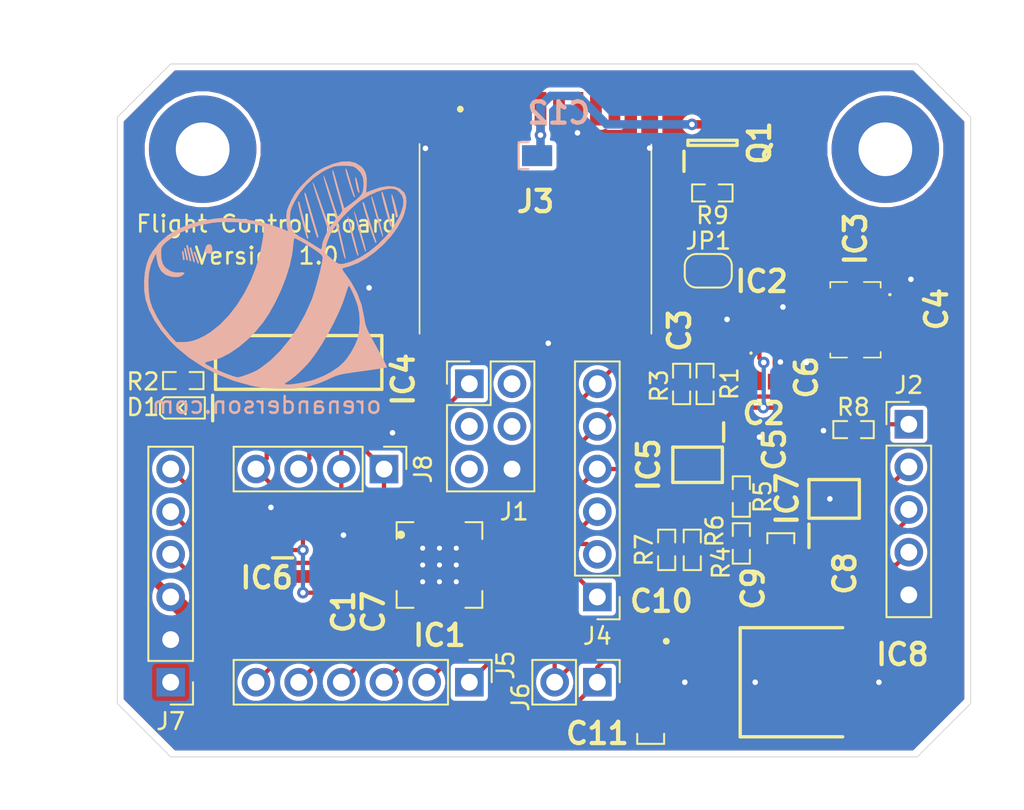
<source format=kicad_pcb>
(kicad_pcb (version 20171130) (host pcbnew "(5.1.12)-1")
  (layers (0 F.Cu signal) (31 B.Cu signal) (34 B.Paste user) (35 F.Paste user) (36 B.SilkS user) (37 F.SilkS user) (38 B.Mask user) (39 F.Mask user) (44 Edge.Cuts user))
  (net 0 "")
  (net 1 +5V)
  (net 2 GND)
  (net 3 +3V3)
  (net 4 "Net-(C5-Pad1)")
  (net 5 /SD-POWER)
  (net 6 "Net-(D1-Pad1)")
  (net 7 /SPI_MISO_5.0)
  (net 8 /SPI_SCK_5.0)
  (net 9 /SPI_CS_SD_5.0n)
  (net 10 /PA5)
  (net 11 /PA6)
  (net 12 /PA7)
  (net 13 /PB7)
  (net 14 /PB6)
  (net 15 /PB5)
  (net 16 /PB4)
  (net 17 /PB3)
  (net 18 /PB2)
  (net 19 /I2C_SDA_5.0)
  (net 20 /I2C_SCL_5.0)
  (net 21 /PC0)
  (net 22 /PC1)
  (net 23 /PC2)
  (net 24 /PC3-ALT-INT)
  (net 25 /UDPI)
  (net 26 /SPI_MOSI_5.0)
  (net 27 "Net-(IC2-Pad7)")
  (net 28 /I2C_SDA_3.3)
  (net 29 /I2C_SCL_3.3)
  (net 30 "Net-(IC3-Pad13)")
  (net 31 "Net-(IC3-Pad5)")
  (net 32 "Net-(IC3-Pad1)")
  (net 33 "Net-(IC4-Pad16)")
  (net 34 "Net-(IC4-Pad15)")
  (net 35 "Net-(IC4-Pad13)")
  (net 36 "Net-(IC4-Pad12)")
  (net 37 "Net-(IC4-Pad10)")
  (net 38 /SPI_SCK_3.3)
  (net 39 /SPI_MOSI_3.3)
  (net 40 /SPI_CS_SD_3.3n)
  (net 41 /SPI_MISO_SD_3.3)
  (net 42 "Net-(IC7-Pad6)")
  (net 43 "Net-(IC7-Pad5)")
  (net 44 "Net-(IC7-Pad4)")
  (net 45 "Net-(IC7-Pad3)")
  (net 46 "Net-(J1-Pad5)")
  (net 47 "Net-(J1-Pad4)")
  (net 48 "Net-(J1-Pad3)")
  (net 49 "Net-(J3-PadMP4)")
  (net 50 "Net-(J3-Pad8)")
  (net 51 "Net-(J3-Pad1)")
  (net 52 "Net-(R4-Pad2)")
  (net 53 "Net-(J1-Pad2)")
  (net 54 /PC4-GYRO-INT3)
  (net 55 /PC5-ACCEL-INT1)
  (module ImageFootprints:Logo_0_8 (layer B.Cu) (at 207.01 92.71 180)
    (fp_text reference G*** hide)
    (fp_text value LOGO hide)
  )
  (module MountingHole:MountingHole_3.2mm_M3_Pad (layer F.Cu) (at 202.565 85.09)
    (fp_text reference REF** hide)
    (fp_text value MountingHole_3.2mm_M3_Pad)
    (pad 1 thru_hole circle (at 0 0) (size 6.4 6.4) (drill 3.2) (layers *.Cu *.Mask))
  )
  (module MountingHole:MountingHole_3.2mm_M3_Pad (layer F.Cu) (at 243.205 85.09)
    (fp_text reference REF** hide)
    (fp_text value MountingHole_3.2mm_M3_Pad)
    (pad 1 thru_hole circle (at 0 0) (size 6.4 6.4) (drill 3.2) (layers *.Cu *.Mask))
  )
  (module SamacSys_Parts:DM3CSSF (layer F.Cu) (at 222.377 89.027 180)
    (fp_text reference J3 (at 0 0.825 180) (layer F.SilkS) (effects (font (size 1.27 1.27) (thickness 0.254))))
    (fp_text value DM3CS-SF-MicroSD hide)
    (pad MP5 smd rect (at 4.65 -6.45 270) (size 1.2 1.2) (layers F.Cu F.Paste F.Mask) (net 2 GND))
    (pad MP4 smd rect (at 1.6 -6.35 270) (size 1.4 2.7) (layers F.Cu F.Paste F.Mask) (net 49 "Net-(J3-PadMP4)"))
    (pad MP3 smd rect (at -3.3 -6.35 270) (size 1.4 2.7) (layers F.Cu F.Paste F.Mask) (net 2 GND))
    (pad MP2 smd rect (at 6.55 5.85 180) (size 1.5 2.6) (layers F.Cu F.Paste F.Mask) (net 2 GND))
    (pad MP1 smd rect (at -6.8 5.85 180) (size 1 2.6) (layers F.Cu F.Paste F.Mask) (net 2 GND))
    (pad 8 smd rect (at -4.7 6.35 180) (size 0.7 2) (layers F.Cu F.Paste F.Mask) (net 50 "Net-(J3-Pad8)"))
    (pad 7 smd rect (at -3.6 6.35 180) (size 0.7 2) (layers F.Cu F.Paste F.Mask) (net 41 /SPI_MISO_SD_3.3))
    (pad 6 smd rect (at -2.5 6.35 180) (size 0.7 2) (layers F.Cu F.Paste F.Mask) (net 2 GND))
    (pad 5 smd rect (at -1.4 6.35 180) (size 0.7 2) (layers F.Cu F.Paste F.Mask) (net 38 /SPI_SCK_3.3))
    (pad 4 smd rect (at -0.3 6.35 180) (size 0.7 2) (layers F.Cu F.Paste F.Mask) (net 5 /SD-POWER))
    (pad 3 smd rect (at 0.8 6.35 180) (size 0.7 2) (layers F.Cu F.Paste F.Mask) (net 39 /SPI_MOSI_3.3))
    (pad 2 smd rect (at 1.9 6.35 180) (size 0.7 2) (layers F.Cu F.Paste F.Mask) (net 40 /SPI_CS_SD_3.3n))
    (pad 1 smd rect (at 3 6.35 180) (size 0.7 2) (layers F.Cu F.Paste F.Mask) (net 51 "Net-(J3-Pad1)"))
  )
  (module Connector_PinHeader_2.54mm:PinHeader_1x06_P2.54mm_Vertical (layer F.Cu) (at 200.66 116.84 180)
    (fp_text reference J7 (at 0 -2.33) (layer F.SilkS))
    (fp_text value PA)
    (pad 6 thru_hole oval (at 0 12.7 180) (size 1.7 1.7) (drill 1) (layers *.Cu *.Mask) (net 10 /PA5))
    (pad 5 thru_hole oval (at 0 10.16 180) (size 1.7 1.7) (drill 1) (layers *.Cu *.Mask) (net 11 /PA6))
    (pad 4 thru_hole oval (at 0 7.62 180) (size 1.7 1.7) (drill 1) (layers *.Cu *.Mask) (net 12 /PA7))
    (pad 3 thru_hole oval (at 0 5.08 180) (size 1.7 1.7) (drill 1) (layers *.Cu *.Mask) (net 1 +5V))
    (pad 2 thru_hole oval (at 0 2.54 180) (size 1.7 1.7) (drill 1) (layers *.Cu *.Mask) (net 2 GND))
    (pad 1 thru_hole rect (at 0 0 180) (size 1.7 1.7) (drill 1) (layers *.Cu *.Mask) (net 3 +3V3))
  )
  (module SamacSys_Parts:SOT65P210X110-5N (layer F.Cu) (at 206.375 108.331 180)
    (fp_text reference IC6 (at 0 -2.286) (layer F.SilkS) (effects (font (size 1.27 1.27) (thickness 0.254))))
    (fp_text value CAHCT1G125QDCKRQ1 hide)
    (pad 5 smd rect (at 1.25 -0.65 270) (size 0.35 0.85) (layers F.Cu F.Paste F.Mask) (net 1 +5V))
    (pad 4 smd rect (at 1.25 0.65 270) (size 0.35 0.85) (layers F.Cu F.Paste F.Mask) (net 7 /SPI_MISO_5.0))
    (pad 3 smd rect (at -0.95 0.65 270) (size 0.35 0.85) (layers F.Cu F.Paste F.Mask) (net 2 GND))
    (pad 2 smd rect (at -0.95 0 270) (size 0.35 0.85) (layers F.Cu F.Paste F.Mask) (net 41 /SPI_MISO_SD_3.3))
    (pad 1 smd rect (at -0.95 -0.65 270) (size 0.35 0.85) (layers F.Cu F.Paste F.Mask) (net 9 /SPI_CS_SD_5.0n))
  )
  (module SamacSys_Parts:SOIC127P600X175-16N (layer F.Cu) (at 208.28 97.79 90)
    (fp_text reference IC4 (at -1.016 6.223 90) (layer F.SilkS) (effects (font (size 1.27 1.27) (thickness 0.254))))
    (fp_text value CD74HC4050MT hide)
    (pad 16 smd rect (at 2.712 -4.445 180) (size 0.65 1.525) (layers F.Cu F.Paste F.Mask) (net 33 "Net-(IC4-Pad16)"))
    (pad 15 smd rect (at 2.712 -3.175 180) (size 0.65 1.525) (layers F.Cu F.Paste F.Mask) (net 34 "Net-(IC4-Pad15)"))
    (pad 14 smd rect (at 2.712 -1.905 180) (size 0.65 1.525) (layers F.Cu F.Paste F.Mask) (net 2 GND))
    (pad 13 smd rect (at 2.712 -0.635 180) (size 0.65 1.525) (layers F.Cu F.Paste F.Mask) (net 35 "Net-(IC4-Pad13)"))
    (pad 12 smd rect (at 2.712 0.635 180) (size 0.65 1.525) (layers F.Cu F.Paste F.Mask) (net 36 "Net-(IC4-Pad12)"))
    (pad 11 smd rect (at 2.712 1.905 180) (size 0.65 1.525) (layers F.Cu F.Paste F.Mask) (net 2 GND))
    (pad 10 smd rect (at 2.712 3.175 180) (size 0.65 1.525) (layers F.Cu F.Paste F.Mask) (net 37 "Net-(IC4-Pad10)"))
    (pad 9 smd rect (at 2.712 4.445 180) (size 0.65 1.525) (layers F.Cu F.Paste F.Mask) (net 2 GND))
    (pad 8 smd rect (at -2.712 4.445 180) (size 0.65 1.525) (layers F.Cu F.Paste F.Mask) (net 2 GND))
    (pad 7 smd rect (at -2.712 3.175 180) (size 0.65 1.525) (layers F.Cu F.Paste F.Mask) (net 8 /SPI_SCK_5.0))
    (pad 6 smd rect (at -2.712 1.905 180) (size 0.65 1.525) (layers F.Cu F.Paste F.Mask) (net 38 /SPI_SCK_3.3))
    (pad 5 smd rect (at -2.712 0.635 180) (size 0.65 1.525) (layers F.Cu F.Paste F.Mask) (net 26 /SPI_MOSI_5.0))
    (pad 4 smd rect (at -2.712 -0.635 180) (size 0.65 1.525) (layers F.Cu F.Paste F.Mask) (net 39 /SPI_MOSI_3.3))
    (pad 3 smd rect (at -2.712 -1.905 180) (size 0.65 1.525) (layers F.Cu F.Paste F.Mask) (net 9 /SPI_CS_SD_5.0n))
    (pad 2 smd rect (at -2.712 -3.175 180) (size 0.65 1.525) (layers F.Cu F.Paste F.Mask) (net 40 /SPI_CS_SD_3.3n))
    (pad 1 smd rect (at -2.712 -4.445 180) (size 0.65 1.525) (layers F.Cu F.Paste F.Mask) (net 3 +3V3))
  )
  (module Connector_PinHeader_2.54mm:PinHeader_1x04_P2.54mm_Vertical (layer F.Cu) (at 213.36 104.14 270)
    (fp_text reference J8 (at 0 -2.33 90) (layer F.SilkS))
    (fp_text value SPI)
    (pad 1 thru_hole rect (at 0 0 270) (size 1.7 1.7) (drill 1) (layers *.Cu *.Mask) (net 8 /SPI_SCK_5.0))
    (pad 2 thru_hole oval (at 0 2.54 270) (size 1.7 1.7) (drill 1) (layers *.Cu *.Mask) (net 7 /SPI_MISO_5.0))
    (pad 3 thru_hole oval (at 0 5.08 270) (size 1.7 1.7) (drill 1) (layers *.Cu *.Mask) (net 26 /SPI_MOSI_5.0))
    (pad 4 thru_hole oval (at 0 7.62 270) (size 1.7 1.7) (drill 1) (layers *.Cu *.Mask) (net 9 /SPI_CS_SD_5.0n))
  )
  (module Connector_PinHeader_2.54mm:PinHeader_1x02_P2.54mm_Vertical (layer F.Cu) (at 226.06 116.84 270)
    (fp_text reference J6 (at 0.889 4.572 90) (layer F.SilkS))
    (fp_text value I2C)
    (pad 2 thru_hole oval (at 0 2.54 270) (size 1.7 1.7) (drill 1) (layers *.Cu *.Mask) (net 20 /I2C_SCL_5.0))
    (pad 1 thru_hole rect (at 0 0 270) (size 1.7 1.7) (drill 1) (layers *.Cu *.Mask) (net 19 /I2C_SDA_5.0))
  )
  (module SamacSys_Parts:0603WAF-UNI-ROYAL (layer F.Cu) (at 228.346 108.966 90)
    (fp_text reference R7 (at 0 0.5 90) (layer F.SilkS))
    (fp_text value 4k7 hide)
    (pad 2 smd rect (at 0.788 1.8415 90) (size 0.65 0.8) (layers F.Cu F.Paste F.Mask) (net 19 /I2C_SDA_5.0))
    (pad 1 smd rect (at -0.762 1.8415 90) (size 0.65 0.8) (layers F.Cu F.Paste F.Mask) (net 1 +5V))
  )
  (module SamacSys_Parts:0603WAF-UNI-ROYAL (layer F.Cu) (at 232.918 89.535 180)
    (fp_text reference R9 (at 0 0.5) (layer F.SilkS))
    (fp_text value 100k)
    (pad 2 smd rect (at 0.788 1.8415 180) (size 0.65 0.8) (layers F.Cu F.Paste F.Mask) (net 49 "Net-(J3-PadMP4)"))
    (pad 1 smd rect (at -0.762 1.8415 180) (size 0.65 0.8) (layers F.Cu F.Paste F.Mask) (net 3 +3V3))
  )
  (module SamacSys_Parts:0603WAF-UNI-ROYAL (layer F.Cu) (at 241.3 99.949)
    (fp_text reference R8 (at 0 0.5) (layer F.SilkS))
    (fp_text value 100k)
    (pad 2 smd rect (at 0.788 1.8415) (size 0.65 0.8) (layers F.Cu F.Paste F.Mask) (net 42 "Net-(IC7-Pad6)"))
    (pad 1 smd rect (at -0.762 1.8415) (size 0.65 0.8) (layers F.Cu F.Paste F.Mask) (net 2 GND))
  )
  (module SamacSys_Parts:0603WAF-UNI-ROYAL (layer F.Cu) (at 229.87 108.966 90)
    (fp_text reference R6 (at 1.143 3.175 90) (layer F.SilkS))
    (fp_text value 4k7)
    (pad 2 smd rect (at 0.788 1.8415 90) (size 0.65 0.8) (layers F.Cu F.Paste F.Mask) (net 20 /I2C_SCL_5.0))
    (pad 1 smd rect (at -0.762 1.8415 90) (size 0.65 0.8) (layers F.Cu F.Paste F.Mask) (net 1 +5V))
  )
  (module SamacSys_Parts:0603WAF-UNI-ROYAL (layer F.Cu) (at 232.791 105.791 90)
    (fp_text reference R5 (at 0 3.1115 90) (layer F.SilkS))
    (fp_text value 100K)
    (pad 2 smd rect (at 0.788 1.8415 90) (size 0.65 0.8) (layers F.Cu F.Paste F.Mask) (net 4 "Net-(C5-Pad1)"))
    (pad 1 smd rect (at -0.762 1.8415 90) (size 0.65 0.8) (layers F.Cu F.Paste F.Mask) (net 52 "Net-(R4-Pad2)"))
  )
  (module SamacSys_Parts:0603WAF-UNI-ROYAL (layer F.Cu) (at 232.791 108.585 90)
    (fp_text reference R4 (at -1.143 0.635 90) (layer F.SilkS))
    (fp_text value 100K)
    (pad 2 smd rect (at 0.788 1.8415 90) (size 0.65 0.8) (layers F.Cu F.Paste F.Mask) (net 52 "Net-(R4-Pad2)"))
    (pad 1 smd rect (at -0.762 1.8415 90) (size 0.65 0.8) (layers F.Cu F.Paste F.Mask) (net 1 +5V))
  )
  (module SamacSys_Parts:0603WAF-UNI-ROYAL (layer F.Cu) (at 232.918 99.06 270)
    (fp_text reference R3 (at 0.127 3.175 90) (layer F.SilkS))
    (fp_text value 4k7)
    (pad 2 smd rect (at 0.788 1.8415 270) (size 0.65 0.8) (layers F.Cu F.Paste F.Mask) (net 28 /I2C_SDA_3.3))
    (pad 1 smd rect (at -0.762 1.8415 270) (size 0.65 0.8) (layers F.Cu F.Paste F.Mask) (net 3 +3V3))
  )
  (module SamacSys_Parts:0603WAF-UNI-ROYAL (layer F.Cu) (at 201.422 100.711 180)
    (fp_text reference R2 (at 2.413 1.778) (layer F.SilkS))
    (fp_text value 1K)
    (pad 2 smd rect (at 0.788 1.8415 180) (size 0.65 0.8) (layers F.Cu F.Paste F.Mask) (net 6 "Net-(D1-Pad1)"))
    (pad 1 smd rect (at -0.762 1.8415 180) (size 0.65 0.8) (layers F.Cu F.Paste F.Mask) (net 40 /SPI_CS_SD_3.3n))
  )
  (module SamacSys_Parts:0603WAF-UNI-ROYAL (layer F.Cu) (at 234.315 99.06 270)
    (fp_text reference R1 (at 0 0.381 90) (layer F.SilkS))
    (fp_text value 4k7)
    (pad 2 smd rect (at 0.788 1.8415 270) (size 0.65 0.8) (layers F.Cu F.Paste F.Mask) (net 29 /I2C_SCL_3.3))
    (pad 1 smd rect (at -0.762 1.8415 270) (size 0.65 0.8) (layers F.Cu F.Paste F.Mask) (net 3 +3V3))
  )
  (module SamacSys_Parts:SOT95P237X112-3N (layer F.Cu) (at 232.918 84.709 90)
    (fp_text reference Q1 (at 0 2.794 90) (layer F.SilkS) (effects (font (size 1.27 1.27) (thickness 0.254))))
    (fp_text value FDN340P hide)
    (pad 3 smd rect (at 1.1 0 180) (size 1 1.4) (layers F.Cu F.Paste F.Mask) (net 5 /SD-POWER))
    (pad 2 smd rect (at -1.1 0.95 180) (size 1 1.4) (layers F.Cu F.Paste F.Mask) (net 3 +3V3))
    (pad 1 smd rect (at -1.1 -0.95 180) (size 1 1.4) (layers F.Cu F.Paste F.Mask) (net 49 "Net-(J3-PadMP4)"))
  )
  (module Jumper:SolderJumper-2_P1.3mm_Open_RoundedPad1.0x1.5mm (layer F.Cu) (at 232.664 92.329 180)
    (fp_text reference JP1 (at 0 1.778) (layer F.SilkS))
    (fp_text value ALT_INT)
    (pad 2 smd custom (at 0.65 0 180) (size 1 0.5) (layers F.Cu F.Mask) (net 24 /PC3-ALT-INT) (options (clearance outline) (anchor rect)) (primitives (gr_circle (center 0 0.25) (end 0.5 0.25) (width 0)) (gr_circle (center 0 -0.25) (end 0.5 -0.25) (width 0)) (gr_poly (pts (xy 0 -0.75) (xy -0.5 -0.75) (xy -0.5 0.75) (xy 0 0.75)) (width 0))))
    (pad 1 smd custom (at -0.65 0 180) (size 1 0.5) (layers F.Cu F.Mask) (net 27 "Net-(IC2-Pad7)") (options (clearance outline) (anchor rect)) (primitives (gr_circle (center 0 0.25) (end 0.5 0.25) (width 0)) (gr_circle (center 0 -0.25) (end 0.5 -0.25) (width 0)) (gr_poly (pts (xy 0 -0.75) (xy 0.5 -0.75) (xy 0.5 0.75) (xy 0 0.75)) (width 0))))
  )
  (module Connector_PinHeader_2.54mm:PinHeader_1x06_P2.54mm_Vertical (layer F.Cu) (at 218.44 116.84 270)
    (fp_text reference J5 (at -1.016 -2.159 90) (layer F.SilkS))
    (fp_text value PB)
    (pad 6 thru_hole oval (at 0 12.7 270) (size 1.7 1.7) (drill 1) (layers *.Cu *.Mask) (net 13 /PB7))
    (pad 5 thru_hole oval (at 0 10.16 270) (size 1.7 1.7) (drill 1) (layers *.Cu *.Mask) (net 14 /PB6))
    (pad 4 thru_hole oval (at 0 7.62 270) (size 1.7 1.7) (drill 1) (layers *.Cu *.Mask) (net 15 /PB5))
    (pad 3 thru_hole oval (at 0 5.08 270) (size 1.7 1.7) (drill 1) (layers *.Cu *.Mask) (net 16 /PB4))
    (pad 2 thru_hole oval (at 0 2.54 270) (size 1.7 1.7) (drill 1) (layers *.Cu *.Mask) (net 17 /PB3))
    (pad 1 thru_hole rect (at 0 0 270) (size 1.7 1.7) (drill 1) (layers *.Cu *.Mask) (net 18 /PB2))
  )
  (module Connector_PinHeader_2.54mm:PinHeader_1x06_P2.54mm_Vertical (layer F.Cu) (at 226.06 111.76 180)
    (fp_text reference J4 (at 0 -2.33) (layer F.SilkS))
    (fp_text value PC)
    (pad 6 thru_hole oval (at 0 12.7 180) (size 1.7 1.7) (drill 1) (layers *.Cu *.Mask) (net 55 /PC5-ACCEL-INT1))
    (pad 5 thru_hole oval (at 0 10.16 180) (size 1.7 1.7) (drill 1) (layers *.Cu *.Mask) (net 54 /PC4-GYRO-INT3))
    (pad 4 thru_hole oval (at 0 7.62 180) (size 1.7 1.7) (drill 1) (layers *.Cu *.Mask) (net 24 /PC3-ALT-INT))
    (pad 3 thru_hole oval (at 0 5.08 180) (size 1.7 1.7) (drill 1) (layers *.Cu *.Mask) (net 23 /PC2))
    (pad 2 thru_hole oval (at 0 2.54 180) (size 1.7 1.7) (drill 1) (layers *.Cu *.Mask) (net 22 /PC1))
    (pad 1 thru_hole rect (at 0 0 180) (size 1.7 1.7) (drill 1) (layers *.Cu *.Mask) (net 21 /PC0))
  )
  (module Connector_PinHeader_2.54mm:PinHeader_1x05_P2.54mm_Vertical (layer F.Cu) (at 244.602 101.473)
    (fp_text reference J2 (at 0 -2.33) (layer F.SilkS))
    (fp_text value DAC)
    (pad 5 thru_hole oval (at 0 10.16) (size 1.7 1.7) (drill 1) (layers *.Cu *.Mask) (net 2 GND))
    (pad 4 thru_hole oval (at 0 7.62) (size 1.7 1.7) (drill 1) (layers *.Cu *.Mask) (net 45 "Net-(IC7-Pad3)"))
    (pad 3 thru_hole oval (at 0 5.08) (size 1.7 1.7) (drill 1) (layers *.Cu *.Mask) (net 44 "Net-(IC7-Pad4)"))
    (pad 2 thru_hole oval (at 0 2.54) (size 1.7 1.7) (drill 1) (layers *.Cu *.Mask) (net 43 "Net-(IC7-Pad5)"))
    (pad 1 thru_hole rect (at 0 0) (size 1.7 1.7) (drill 1) (layers *.Cu *.Mask) (net 42 "Net-(IC7-Pad6)"))
  )
  (module Connector_PinHeader_2.54mm:PinHeader_2x03_P2.54mm_Vertical (layer F.Cu) (at 218.44 99.06)
    (fp_text reference J1 (at 2.667 7.62) (layer F.SilkS))
    (fp_text value UPDI)
    (pad 6 thru_hole oval (at 2.54 5.08) (size 1.7 1.7) (drill 1) (layers *.Cu *.Mask) (net 2 GND))
    (pad 5 thru_hole oval (at 0 5.08) (size 1.7 1.7) (drill 1) (layers *.Cu *.Mask) (net 46 "Net-(J1-Pad5)"))
    (pad 4 thru_hole oval (at 2.54 2.54) (size 1.7 1.7) (drill 1) (layers *.Cu *.Mask) (net 47 "Net-(J1-Pad4)"))
    (pad 3 thru_hole oval (at 0 2.54) (size 1.7 1.7) (drill 1) (layers *.Cu *.Mask) (net 48 "Net-(J1-Pad3)"))
    (pad 2 thru_hole oval (at 2.54 0) (size 1.7 1.7) (drill 1) (layers *.Cu *.Mask) (net 53 "Net-(J1-Pad2)"))
    (pad 1 thru_hole rect (at 0 0) (size 1.7 1.7) (drill 1) (layers *.Cu *.Mask) (net 25 /UDPI))
  )
  (module SamacSys_Parts:KVU0003A (layer F.Cu) (at 240.665 116.84)
    (fp_text reference IC8 (at 3.556 -1.651) (layer F.SilkS) (effects (font (size 1.27 1.27) (thickness 0.254))))
    (fp_text value TLV2217-33KVURG3 hide)
    (pad 3 smd rect (at -1.5 0 90) (size 5.55 6.15) (layers F.Cu F.Paste F.Mask) (net 2 GND))
    (pad 2 smd rect (at -8.2 2.29 90) (size 1 2.75) (layers F.Cu F.Paste F.Mask) (net 3 +3V3))
    (pad 1 smd rect (at -8.2 -2.29 90) (size 1 2.75) (layers F.Cu F.Paste F.Mask) (net 1 +5V))
  )
  (module SamacSys_Parts:SOP50P490X110-10N (layer F.Cu) (at 240.157 105.918 90)
    (fp_text reference IC7 (at 0 -2.8 90) (layer F.SilkS) (effects (font (size 1.27 1.27) (thickness 0.254))))
    (fp_text value MCP47CVB22-E_UN hide)
    (pad 10 smd rect (at 2.2 -1 180) (size 0.3 1.4) (layers F.Cu F.Paste F.Mask) (net 19 /I2C_SDA_5.0))
    (pad 9 smd rect (at 2.2 -0.5 180) (size 0.3 1.4) (layers F.Cu F.Paste F.Mask) (net 20 /I2C_SCL_5.0))
    (pad 8 smd rect (at 2.2 0 180) (size 0.3 1.4) (layers F.Cu F.Paste F.Mask) (net 2 GND))
    (pad 7 smd rect (at 2.2 0.5 180) (size 0.3 1.4) (layers F.Cu F.Paste F.Mask) (net 2 GND))
    (pad 6 smd rect (at 2.2 1 180) (size 0.3 1.4) (layers F.Cu F.Paste F.Mask) (net 42 "Net-(IC7-Pad6)"))
    (pad 5 smd rect (at -2.2 1 180) (size 0.3 1.4) (layers F.Cu F.Paste F.Mask) (net 43 "Net-(IC7-Pad5)"))
    (pad 4 smd rect (at -2.2 0.5 180) (size 0.3 1.4) (layers F.Cu F.Paste F.Mask) (net 44 "Net-(IC7-Pad4)"))
    (pad 3 smd rect (at -2.2 0 180) (size 0.3 1.4) (layers F.Cu F.Paste F.Mask) (net 45 "Net-(IC7-Pad3)"))
    (pad 2 smd rect (at -2.2 -0.5 180) (size 0.3 1.4) (layers F.Cu F.Paste F.Mask) (net 2 GND))
    (pad 1 smd rect (at -2.2 -1 180) (size 0.3 1.4) (layers F.Cu F.Paste F.Mask) (net 1 +5V))
  )
  (module SamacSys_Parts:SOP65P400X130-8N (layer F.Cu) (at 232.029 103.886 270)
    (fp_text reference IC5 (at 0 2.921 90) (layer F.SilkS) (effects (font (size 1.27 1.27) (thickness 0.254))))
    (fp_text value PCA9306DCTRG4 hide)
    (pad 8 smd roundrect (at 1.925 -0.975) (size 0.4 1.1) (layers F.Cu F.Paste F.Mask) (roundrect_rratio 0.111) (net 4 "Net-(C5-Pad1)"))
    (pad 7 smd roundrect (at 1.925 -0.325) (size 0.4 1.1) (layers F.Cu F.Paste F.Mask) (roundrect_rratio 0.111) (net 4 "Net-(C5-Pad1)"))
    (pad 6 smd roundrect (at 1.925 0.325) (size 0.4 1.1) (layers F.Cu F.Paste F.Mask) (roundrect_rratio 0.111) (net 20 /I2C_SCL_5.0))
    (pad 5 smd roundrect (at 1.925 0.975) (size 0.4 1.1) (layers F.Cu F.Paste F.Mask) (roundrect_rratio 0.111) (net 19 /I2C_SDA_5.0))
    (pad 4 smd roundrect (at -1.925 0.975) (size 0.4 1.1) (layers F.Cu F.Paste F.Mask) (roundrect_rratio 0.111) (net 28 /I2C_SDA_3.3))
    (pad 3 smd roundrect (at -1.925 0.325) (size 0.4 1.1) (layers F.Cu F.Paste F.Mask) (roundrect_rratio 0.111) (net 29 /I2C_SCL_3.3))
    (pad 2 smd roundrect (at -1.925 -0.325) (size 0.4 1.1) (layers F.Cu F.Paste F.Mask) (roundrect_rratio 0.111) (net 3 +3V3))
    (pad 1 smd roundrect (at -1.925 -0.975) (size 0.4 1.1) (layers F.Cu F.Paste F.Mask) (roundrect_rratio 0.111) (net 2 GND))
  )
  (module SamacSys_Parts:BMI088 (layer F.Cu) (at 241.427 95.25 270)
    (fp_text reference IC3 (at -4.826 0 90) (layer F.SilkS) (effects (font (size 1.27 1.27) (thickness 0.254))))
    (fp_text value BMI088 hide)
    (pad 16 smd rect (at -1.915 0) (size 0.25 0.675) (layers F.Cu F.Paste F.Mask) (net 55 /PC5-ACCEL-INT1))
    (pad 15 smd rect (at -1.5 1.165 270) (size 0.25 0.675) (layers F.Cu F.Paste F.Mask) (net 2 GND))
    (pad 14 smd rect (at -1 1.165 270) (size 0.25 0.675) (layers F.Cu F.Paste F.Mask) (net 3 +3V3))
    (pad 13 smd rect (at -0.5 1.165 270) (size 0.25 0.675) (layers F.Cu F.Paste F.Mask) (net 30 "Net-(IC3-Pad13)"))
    (pad 12 smd rect (at 0 1.165 270) (size 0.25 0.675) (layers F.Cu F.Paste F.Mask) (net 54 /PC4-GYRO-INT3))
    (pad 11 smd rect (at 0.5 1.165 270) (size 0.25 0.675) (layers F.Cu F.Paste F.Mask) (net 3 +3V3))
    (pad 10 smd rect (at 1 1.165 270) (size 0.25 0.675) (layers F.Cu F.Paste F.Mask) (net 2 GND))
    (pad 9 smd rect (at 1.5 1.165 270) (size 0.25 0.675) (layers F.Cu F.Paste F.Mask) (net 28 /I2C_SDA_3.3))
    (pad 8 smd rect (at 1.915 0) (size 0.25 0.675) (layers F.Cu F.Paste F.Mask) (net 29 /I2C_SCL_3.3))
    (pad 7 smd rect (at 1.5 -1.165 270) (size 0.25 0.675) (layers F.Cu F.Paste F.Mask) (net 3 +3V3))
    (pad 6 smd rect (at 1 -1.165 270) (size 0.25 0.675) (layers F.Cu F.Paste F.Mask) (net 2 GND))
    (pad 5 smd rect (at 0.5 -1.165 270) (size 0.25 0.675) (layers F.Cu F.Paste F.Mask) (net 31 "Net-(IC3-Pad5)"))
    (pad 4 smd rect (at 0 -1.165 270) (size 0.25 0.675) (layers F.Cu F.Paste F.Mask) (net 2 GND))
    (pad 3 smd rect (at -0.5 -1.165 270) (size 0.25 0.675) (layers F.Cu F.Paste F.Mask) (net 3 +3V3))
    (pad 2 smd rect (at -1 -1.165 270) (size 0.25 0.675) (layers F.Cu F.Paste F.Mask) (net 2 GND))
    (pad 1 smd rect (at -1.5 -1.165 270) (size 0.25 0.675) (layers F.Cu F.Paste F.Mask) (net 32 "Net-(IC3-Pad1)"))
  )
  (module SamacSys_Parts:BMP390 (layer F.Cu) (at 235.458 95.885 180)
    (fp_text reference IC2 (at -0.381 2.921) (layer F.SilkS) (effects (font (size 1.27 1.27) (thickness 0.254))))
    (fp_text value BMP390 hide)
    (pad 10 smd rect (at 0.762 -0.5 270) (size 0.25 0.275) (layers F.Cu F.Paste F.Mask) (net 3 +3V3))
    (pad 9 smd rect (at 0.762 0 270) (size 0.25 0.275) (layers F.Cu F.Paste F.Mask) (net 2 GND))
    (pad 8 smd rect (at 0.762 0.5 270) (size 0.25 0.275) (layers F.Cu F.Paste F.Mask) (net 2 GND))
    (pad 7 smd rect (at 0.25 0.763 180) (size 0.25 0.275) (layers F.Cu F.Paste F.Mask) (net 27 "Net-(IC2-Pad7)"))
    (pad 6 smd rect (at -0.25 0.763 180) (size 0.25 0.275) (layers F.Cu F.Paste F.Mask) (net 3 +3V3))
    (pad 5 smd rect (at -0.762 0.5 270) (size 0.25 0.275) (layers F.Cu F.Paste F.Mask) (net 2 GND))
    (pad 4 smd rect (at -0.762 0 270) (size 0.25 0.275) (layers F.Cu F.Paste F.Mask) (net 28 /I2C_SDA_3.3))
    (pad 3 smd rect (at -0.762 -0.5 270) (size 0.25 0.275) (layers F.Cu F.Paste F.Mask) (net 2 GND))
    (pad 2 smd rect (at -0.25 -0.763 180) (size 0.25 0.275) (layers F.Cu F.Paste F.Mask) (net 29 /I2C_SCL_3.3))
    (pad 1 smd rect (at 0.25 -0.763 180) (size 0.25 0.275) (layers F.Cu F.Paste F.Mask) (net 3 +3V3))
  )
  (module SamacSys_Parts:QFN50P400X400X90-25N-D (layer F.Cu) (at 216.662 109.855)
    (fp_text reference IC1 (at 0 4.191) (layer F.SilkS) (effects (font (size 1.27 1.27) (thickness 0.254))))
    (fp_text value ATTINY3227-MU hide)
    (pad 25 thru_hole circle (at -1 1) (size 0.5 0.5) (drill 0.3) (layers *.Cu *.Mask) (net 2 GND))
    (pad 25 thru_hole circle (at 0 1) (size 0.5 0.5) (drill 0.3) (layers *.Cu *.Mask) (net 2 GND))
    (pad 25 thru_hole circle (at 1 1) (size 0.5 0.5) (drill 0.3) (layers *.Cu *.Mask) (net 2 GND))
    (pad 25 thru_hole circle (at 1 0) (size 0.5 0.5) (drill 0.3) (layers *.Cu *.Mask) (net 2 GND))
    (pad 25 thru_hole circle (at 1 -1) (size 0.5 0.5) (drill 0.3) (layers *.Cu *.Mask) (net 2 GND))
    (pad 25 thru_hole circle (at 0 -1) (size 0.5 0.5) (drill 0.3) (layers *.Cu *.Mask) (net 2 GND))
    (pad 25 thru_hole circle (at -1 -1) (size 0.5 0.5) (drill 0.3) (layers *.Cu *.Mask) (net 2 GND))
    (pad 25 thru_hole circle (at -1 0) (size 0.5 0.5) (drill 0.3) (layers *.Cu *.Mask) (net 2 GND))
    (pad 1 smd roundrect (at -2 -1.25 90) (size 0.3 0.8) (layers F.Cu F.Paste F.Mask) (roundrect_rratio 0.1) (net 7 /SPI_MISO_5.0))
    (pad 2 smd roundrect (at -2 -0.75 90) (size 0.3 0.8) (layers F.Cu F.Paste F.Mask) (roundrect_rratio 0.5) (net 8 /SPI_SCK_5.0))
    (pad 3 smd roundrect (at -2 -0.25 90) (size 0.3 0.8) (layers F.Cu F.Paste F.Mask) (roundrect_rratio 0.5) (net 2 GND))
    (pad 4 smd roundrect (at -2 0.25 90) (size 0.3 0.8) (layers F.Cu F.Paste F.Mask) (roundrect_rratio 0.5) (net 1 +5V))
    (pad 5 smd roundrect (at -2 0.75 90) (size 0.3 0.8) (layers F.Cu F.Paste F.Mask) (roundrect_rratio 0.5) (net 9 /SPI_CS_SD_5.0n))
    (pad 6 smd roundrect (at -2 1.25 90) (size 0.3 0.8) (layers F.Cu F.Paste F.Mask) (roundrect_rratio 0.5) (net 10 /PA5))
    (pad 7 smd roundrect (at -1.25 2) (size 0.3 0.8) (layers F.Cu F.Paste F.Mask) (roundrect_rratio 0.5) (net 11 /PA6))
    (pad 8 smd roundrect (at -0.75 2) (size 0.3 0.8) (layers F.Cu F.Paste F.Mask) (roundrect_rratio 0.5) (net 12 /PA7))
    (pad 9 smd roundrect (at -0.25 2) (size 0.3 0.8) (layers F.Cu F.Paste F.Mask) (roundrect_rratio 0.5) (net 13 /PB7))
    (pad 10 smd roundrect (at 0.25 2) (size 0.3 0.8) (layers F.Cu F.Paste F.Mask) (roundrect_rratio 0.5) (net 14 /PB6))
    (pad 11 smd roundrect (at 0.75 2) (size 0.3 0.8) (layers F.Cu F.Paste F.Mask) (roundrect_rratio 0.5) (net 15 /PB5))
    (pad 12 smd roundrect (at 1.25 2) (size 0.3 0.8) (layers F.Cu F.Paste F.Mask) (roundrect_rratio 0.5) (net 16 /PB4))
    (pad 13 smd roundrect (at 2 1.25 90) (size 0.3 0.8) (layers F.Cu F.Paste F.Mask) (roundrect_rratio 0.5) (net 17 /PB3))
    (pad 14 smd roundrect (at 2 0.75 90) (size 0.3 0.8) (layers F.Cu F.Paste F.Mask) (roundrect_rratio 0.5) (net 18 /PB2))
    (pad 15 smd roundrect (at 2 0.25 90) (size 0.3 0.8) (layers F.Cu F.Paste F.Mask) (roundrect_rratio 0.5) (net 19 /I2C_SDA_5.0))
    (pad 16 smd roundrect (at 2 -0.25 90) (size 0.3 0.8) (layers F.Cu F.Paste F.Mask) (roundrect_rratio 0.5) (net 20 /I2C_SCL_5.0))
    (pad 17 smd roundrect (at 2 -0.75 90) (size 0.3 0.8) (layers F.Cu F.Paste F.Mask) (roundrect_rratio 0.5) (net 21 /PC0))
    (pad 18 smd roundrect (at 2 -1.25 90) (size 0.3 0.8) (layers F.Cu F.Paste F.Mask) (roundrect_rratio 0.5) (net 22 /PC1))
    (pad 19 smd roundrect (at 1.25 -2) (size 0.3 0.8) (layers F.Cu F.Paste F.Mask) (roundrect_rratio 0.5) (net 23 /PC2))
    (pad 20 smd roundrect (at 0.75 -2) (size 0.3 0.8) (layers F.Cu F.Paste F.Mask) (roundrect_rratio 0.5) (net 24 /PC3-ALT-INT))
    (pad 21 smd roundrect (at 0.25 -2) (size 0.3 0.8) (layers F.Cu F.Paste F.Mask) (roundrect_rratio 0.5) (net 54 /PC4-GYRO-INT3))
    (pad 22 smd roundrect (at -0.25 -2) (size 0.3 0.8) (layers F.Cu F.Paste F.Mask) (roundrect_rratio 0.5) (net 55 /PC5-ACCEL-INT1))
    (pad 23 smd roundrect (at -0.75 -2) (size 0.3 0.8) (layers F.Cu F.Paste F.Mask) (roundrect_rratio 0.5) (net 25 /UDPI))
    (pad 24 smd roundrect (at -1.25 -2) (size 0.3 0.8) (layers F.Cu F.Paste F.Mask) (roundrect_rratio 0.5) (net 26 /SPI_MOSI_5.0))
    (pad 25 smd roundrect (at 0 0) (size 2.75 2.75) (layers F.Cu F.Paste F.Mask) (roundrect_rratio 0.04) (net 2 GND))
    (pad 25 thru_hole circle (at 0 0) (size 0.5 0.5) (drill 0.3) (layers *.Cu *.Mask) (net 2 GND))
  )
  (module SamacSys_Parts:MHT192URCT (layer F.Cu) (at 201.422 100.457)
    (fp_text reference D1 (at -2.413 0) (layer F.SilkS))
    (fp_text value RED)
    (pad 2 smd rect (at 0.744 0.04) (size 0.8 0.8) (layers F.Cu F.Paste F.Mask) (net 3 +3V3))
    (pad 1 smd rect (at -0.76 0.04) (size 0.8 0.8) (layers F.Cu F.Paste F.Mask) (net 6 "Net-(D1-Pad1)"))
  )
  (module SamacSys_Parts:CAPPM3216X180N (layer B.Cu) (at 223.774 85.471)
    (fp_text reference C12 (at 0 -2.54 180) (layer B.SilkS) (effects (font (size 1.27 1.27) (thickness 0.254)) (justify mirror)))
    (fp_text value 10uF hide)
    (pad 2 smd rect (at 1.3 0 270) (size 1.25 1.8) (layers B.Cu B.Paste B.Mask) (net 2 GND))
    (pad 1 smd rect (at -1.3 0 270) (size 1.25 1.8) (layers B.Cu B.Paste B.Mask) (net 5 /SD-POWER))
  )
  (module SamacSys_Parts:CAPPM3216X180N (layer F.Cu) (at 229.235 118.11 90)
    (fp_text reference C11 (at -1.778 -3.175) (layer F.SilkS) (effects (font (size 1.27 1.27) (thickness 0.254))))
    (fp_text value 22uF hide)
    (pad 2 smd rect (at 1.3 0 180) (size 1.25 1.8) (layers F.Cu F.Paste F.Mask) (net 2 GND))
    (pad 1 smd rect (at -1.3 0 180) (size 1.25 1.8) (layers F.Cu F.Paste F.Mask) (net 3 +3V3))
  )
  (module SamacSys_Parts:CAPC1608X90N (layer F.Cu) (at 232.918 112.014 180)
    (fp_text reference C10 (at 3.048 0) (layer F.SilkS) (effects (font (size 1.27 1.27) (thickness 0.254))))
    (fp_text value 100nF hide)
    (pad 2 smd rect (at 0.66 0 180) (size 0.83 0.94) (layers F.Cu F.Paste F.Mask) (net 1 +5V))
    (pad 1 smd rect (at -0.66 0 180) (size 0.83 0.94) (layers F.Cu F.Paste F.Mask) (net 2 GND))
  )
  (module SamacSys_Parts:CAPPM3216X180N (layer F.Cu) (at 236.982 110.363 270)
    (fp_text reference C9 (at 0.889 1.651 90) (layer F.SilkS) (effects (font (size 1.27 1.27) (thickness 0.254))))
    (fp_text value 10uF hide)
    (pad 2 smd rect (at 1.3 0) (size 1.25 1.8) (layers F.Cu F.Paste F.Mask) (net 2 GND))
    (pad 1 smd rect (at -1.3 0) (size 1.25 1.8) (layers F.Cu F.Paste F.Mask) (net 1 +5V))
  )
  (module SamacSys_Parts:CAPC1608X90N (layer F.Cu) (at 238.887 110.363 90)
    (fp_text reference C8 (at 0 1.905 90) (layer F.SilkS) (effects (font (size 1.27 1.27) (thickness 0.254))))
    (fp_text value 100nF hide)
    (pad 2 smd rect (at 0.66 0 90) (size 0.83 0.94) (layers F.Cu F.Paste F.Mask) (net 1 +5V))
    (pad 1 smd rect (at -0.66 0 90) (size 0.83 0.94) (layers F.Cu F.Paste F.Mask) (net 2 GND))
  )
  (module SamacSys_Parts:CAPC1608X90N (layer F.Cu) (at 212.471 109.88 90)
    (fp_text reference C7 (at -2.769 0.254 90) (layer F.SilkS) (effects (font (size 1.27 1.27) (thickness 0.254))))
    (fp_text value 4.7nF hide)
    (pad 2 smd rect (at 0.66 0 90) (size 0.83 0.94) (layers F.Cu F.Paste F.Mask) (net 2 GND))
    (pad 1 smd rect (at -0.66 0 90) (size 0.83 0.94) (layers F.Cu F.Paste F.Mask) (net 1 +5V))
  )
  (module SamacSys_Parts:CAPC1608X90N (layer F.Cu) (at 238.506 96.012 90)
    (fp_text reference C6 (at -2.667 0 90) (layer F.SilkS) (effects (font (size 1.27 1.27) (thickness 0.254))))
    (fp_text value 100nF hide)
    (pad 2 smd rect (at 0.66 0 90) (size 0.83 0.94) (layers F.Cu F.Paste F.Mask) (net 3 +3V3))
    (pad 1 smd rect (at -0.66 0 90) (size 0.83 0.94) (layers F.Cu F.Paste F.Mask) (net 2 GND))
  )
  (module SamacSys_Parts:CAPC1608X90N (layer F.Cu) (at 234.696 102.972 90)
    (fp_text reference C5 (at 0 1.9 90) (layer F.SilkS) (effects (font (size 1.27 1.27) (thickness 0.254))))
    (fp_text value 100pF hide)
    (pad 2 smd rect (at 0.66 0 90) (size 0.83 0.94) (layers F.Cu F.Paste F.Mask) (net 2 GND))
    (pad 1 smd rect (at -0.66 0 90) (size 0.83 0.94) (layers F.Cu F.Paste F.Mask) (net 4 "Net-(C5-Pad1)"))
  )
  (module SamacSys_Parts:CAPC1608X90N (layer F.Cu) (at 244.729 94.615 270)
    (fp_text reference C4 (at 0 -1.524 90) (layer F.SilkS) (effects (font (size 1.27 1.27) (thickness 0.254))))
    (fp_text value 100nF hide)
    (pad 2 smd rect (at 0.66 0 270) (size 0.83 0.94) (layers F.Cu F.Paste F.Mask) (net 3 +3V3))
    (pad 1 smd rect (at -0.66 0 270) (size 0.83 0.94) (layers F.Cu F.Paste F.Mask) (net 2 GND))
  )
  (module SamacSys_Parts:CAPC1608X90N (layer F.Cu) (at 232.537 95.885 270)
    (fp_text reference C3 (at 0 1.5875 90) (layer F.SilkS) (effects (font (size 1.27 1.27) (thickness 0.254))))
    (fp_text value 100nF hide)
    (pad 2 smd rect (at 0.66 0 270) (size 0.83 0.94) (layers F.Cu F.Paste F.Mask) (net 3 +3V3))
    (pad 1 smd rect (at -0.66 0 270) (size 0.83 0.94) (layers F.Cu F.Paste F.Mask) (net 2 GND))
  )
  (module SamacSys_Parts:CAPC1608X90N (layer F.Cu) (at 235.966 98.933)
    (fp_text reference C2 (at 0 1.9) (layer F.SilkS) (effects (font (size 1.27 1.27) (thickness 0.254))))
    (fp_text value 100nF hide)
    (pad 2 smd rect (at 0.66 0) (size 0.83 0.94) (layers F.Cu F.Paste F.Mask) (net 2 GND))
    (pad 1 smd rect (at -0.66 0) (size 0.83 0.94) (layers F.Cu F.Paste F.Mask) (net 3 +3V3))
  )
  (module SamacSys_Parts:CAPC1608X90N (layer F.Cu) (at 210.947 109.88 270)
    (fp_text reference C1 (at 2.769 0 90) (layer F.SilkS) (effects (font (size 1.27 1.27) (thickness 0.254))))
    (fp_text value 100nF hide)
    (pad 2 smd rect (at 0.66 0 270) (size 0.83 0.94) (layers F.Cu F.Paste F.Mask) (net 1 +5V))
    (pad 1 smd rect (at -0.66 0 270) (size 0.83 0.94) (layers F.Cu F.Paste F.Mask) (net 2 GND))
  )
  (gr_text "Version 1.0" (at 206.375 91.44) (layer F.SilkS) (effects (font (size 1 1))))
  (gr_text "Flight Control Board" (at 206.375 89.535) (layer F.SilkS) (effects (font (size 1 1))))
  (gr_text orenanderson.com (at 206.375 100.33) (layer B.SilkS) (effects (font (size 1 1)) (justify mirror)))
  (gr_line (start 245.11 121.285) (end 248.285 118.11) (layer Edge.Cuts) (width 0.05))
  (gr_line (start 200.66 121.285) (end 245.11 121.285) (layer Edge.Cuts) (width 0.05))
  (gr_line (start 197.485 118.11) (end 200.66 121.285) (layer Edge.Cuts) (width 0.05))
  (gr_line (start 197.485 83.185) (end 197.485 118.11) (layer Edge.Cuts) (width 0.05))
  (gr_line (start 200.66 80.01) (end 197.485 83.185) (layer Edge.Cuts) (width 0.05))
  (gr_line (start 245.11 80.01) (end 200.66 80.01) (layer Edge.Cuts) (width 0.05))
  (gr_line (start 248.285 83.185) (end 245.11 80.01) (layer Edge.Cuts) (width 0.05))
  (gr_line (start 248.285 118.11) (end 248.285 83.185) (layer Edge.Cuts) (width 0.05))
  (segment (start 239.157 109.433) (end 238.887 109.703) (width 0.254) (layer F.Cu) (net 1))
  (segment (start 239.157 108.118) (end 239.157 109.433) (width 0.254) (layer F.Cu) (net 1))
  (segment (start 230.1875 109.728) (end 231.7115 109.728) (width 0.508) (layer F.Cu) (net 1))
  (segment (start 237.622 109.703) (end 236.982 109.063) (width 0.508) (layer F.Cu) (net 1))
  (segment (start 238.887 109.703) (end 237.622 109.703) (width 0.508) (layer F.Cu) (net 1))
  (segment (start 210.947 110.54) (end 212.471 110.54) (width 0.508) (layer F.Cu) (net 1))
  (segment (start 212.906 110.105) (end 212.471 110.54) (width 0.254) (layer F.Cu) (net 1))
  (segment (start 214.662 110.105) (end 212.906 110.105) (width 0.254) (layer F.Cu) (net 1))
  (segment (start 200.025 102.616) (end 201.295 102.616) (width 0.762) (layer F.Cu) (net 1))
  (segment (start 203.2 104.521) (end 201.295 102.616) (width 0.762) (layer F.Cu) (net 1))
  (segment (start 203.2 107.316122) (end 203.2 104.521) (width 0.762) (layer F.Cu) (net 1))
  (segment (start 228.781278 114.55) (end 232.465 114.55) (width 1.016) (layer F.Cu) (net 1))
  (segment (start 227.711 115.620278) (end 228.781278 114.55) (width 1.016) (layer F.Cu) (net 1))
  (segment (start 227.711 117.983) (end 227.711 115.620278) (width 1.016) (layer F.Cu) (net 1))
  (segment (start 205.105 118.999) (end 226.695 118.999) (width 1.016) (layer F.Cu) (net 1))
  (segment (start 203.454 117.348) (end 205.105 118.999) (width 1.016) (layer F.Cu) (net 1))
  (segment (start 226.695 118.999) (end 227.711 117.983) (width 1.016) (layer F.Cu) (net 1))
  (segment (start 203.454 114.554) (end 203.454 117.348) (width 1.016) (layer F.Cu) (net 1))
  (segment (start 200.66 111.76) (end 203.454 114.554) (width 1.016) (layer F.Cu) (net 1))
  (segment (start 232.2195 111.9755) (end 232.258 112.014) (width 0.508) (layer F.Cu) (net 1))
  (segment (start 232.258 114.343) (end 232.465 114.55) (width 0.508) (layer F.Cu) (net 1))
  (segment (start 232.258 112.014) (end 232.258 114.343) (width 0.508) (layer F.Cu) (net 1))
  (segment (start 232.258 110.2745) (end 231.7115 109.728) (width 0.508) (layer F.Cu) (net 1))
  (segment (start 232.258 112.014) (end 232.258 110.2745) (width 0.508) (layer F.Cu) (net 1))
  (segment (start 234.6325 109.347) (end 233.1855 109.347) (width 0.508) (layer F.Cu) (net 1))
  (segment (start 231.7115 109.728) (end 232.791 109.728) (width 0.508) (layer F.Cu) (net 1))
  (segment (start 232.79775 109.73475) (end 232.258 110.2745) (width 0.508) (layer F.Cu) (net 1))
  (segment (start 232.791 109.728) (end 232.79775 109.73475) (width 0.508) (layer F.Cu) (net 1))
  (segment (start 233.1855 109.347) (end 232.79775 109.73475) (width 0.508) (layer F.Cu) (net 1))
  (segment (start 236.698 109.347) (end 236.982 109.063) (width 0.508) (layer F.Cu) (net 1))
  (segment (start 234.6325 109.347) (end 236.698 109.347) (width 0.508) (layer F.Cu) (net 1))
  (segment (start 200.66 111.76) (end 199.263 110.363) (width 0.508) (layer F.Cu) (net 1))
  (segment (start 199.263 103.378) (end 200.025 102.616) (width 0.508) (layer F.Cu) (net 1))
  (segment (start 199.263 110.363) (end 199.263 103.378) (width 0.508) (layer F.Cu) (net 1))
  (segment (start 206.423878 110.54) (end 203.2 107.316122) (width 0.762) (layer F.Cu) (net 1))
  (segment (start 210.947 110.54) (end 206.423878 110.54) (width 0.762) (layer F.Cu) (net 1))
  (segment (start 240.657 103.718) (end 240.157 103.718) (width 0.254) (layer F.Cu) (net 2))
  (segment (start 239.657 110.253) (end 238.887 111.023) (width 0.254) (layer F.Cu) (net 2))
  (segment (start 239.657 108.118) (end 239.657 110.253) (width 0.254) (layer F.Cu) (net 2))
  (segment (start 240.157 103.718) (end 240.157 105.664) (width 0.254) (layer F.Cu) (net 2))
  (segment (start 239.657 106.164) (end 239.657 108.118) (width 0.254) (layer F.Cu) (net 2))
  (segment (start 240.157 105.664) (end 239.903 105.918) (width 0.254) (layer F.Cu) (net 2))
  (segment (start 239.903 105.918) (end 239.657 106.164) (width 0.254) (layer F.Cu) (net 2))
  (via (at 239.903 105.918) (size 0.6858) (drill 0.3302) (layers F.Cu B.Cu) (net 2))
  (segment (start 244.348 111.887) (end 244.602 111.633) (width 0.254) (layer F.Cu) (net 2))
  (segment (start 240.657 101.9095) (end 240.538 101.7905) (width 0.254) (layer F.Cu) (net 2))
  (segment (start 240.657 103.718) (end 240.657 101.9095) (width 0.254) (layer F.Cu) (net 2))
  (segment (start 237.622 111.023) (end 236.982 111.663) (width 0.508) (layer F.Cu) (net 2))
  (segment (start 238.887 111.023) (end 237.622 111.023) (width 0.508) (layer F.Cu) (net 2))
  (segment (start 239.497 111.633) (end 238.887 111.023) (width 0.508) (layer F.Cu) (net 2))
  (segment (start 244.602 111.633) (end 239.497 111.633) (width 0.508) (layer F.Cu) (net 2))
  (segment (start 239.165 116.84) (end 235.458 116.84) (width 1.016) (layer F.Cu) (net 2))
  (segment (start 239.165 116.84) (end 242.824 116.84) (width 1.016) (layer F.Cu) (net 2))
  (via (at 242.824 116.84) (size 0.6858) (drill 0.3302) (layers F.Cu B.Cu) (net 2))
  (via (at 235.458 116.84) (size 0.6858) (drill 0.3302) (layers F.Cu B.Cu) (net 2))
  (segment (start 235.458 116.84) (end 231.267 116.84) (width 1.016) (layer F.Cu) (net 2))
  (segment (start 238.379 116.054) (end 239.165 116.84) (width 1.016) (layer F.Cu) (net 2))
  (segment (start 242.824 116.84) (end 242.824 116.84) (width 1.016) (layer F.Cu) (net 2))
  (via (at 231.267 116.84) (size 0.6858) (drill 0.3302) (layers F.Cu B.Cu) (net 2))
  (segment (start 210.947 109.22) (end 210.947 108.077) (width 0.508) (layer F.Cu) (net 2))
  (via (at 210.947 108.077) (size 0.6858) (drill 0.3302) (layers F.Cu B.Cu) (net 2))
  (segment (start 210.947 109.22) (end 212.471 109.22) (width 0.508) (layer F.Cu) (net 2))
  (segment (start 212.856 109.605) (end 212.471 109.22) (width 0.254) (layer F.Cu) (net 2))
  (segment (start 214.662 109.605) (end 212.856 109.605) (width 0.254) (layer F.Cu) (net 2))
  (segment (start 212.725 108.966) (end 212.471 109.22) (width 0.254) (layer F.Cu) (net 2))
  (segment (start 212.725 100.502) (end 212.725 100.838) (width 0.254) (layer F.Cu) (net 2))
  (segment (start 212.725 100.838) (end 213.868 101.981) (width 0.254) (layer F.Cu) (net 2))
  (segment (start 213.868 101.981) (end 213.868 101.981) (width 0.254) (layer F.Cu) (net 2))
  (segment (start 212.725 95.078) (end 212.725 94.615) (width 0.254) (layer F.Cu) (net 2))
  (segment (start 210.185 94.757578) (end 210.185 95.078) (width 0.254) (layer F.Cu) (net 2))
  (segment (start 210.906479 94.036099) (end 210.185 94.757578) (width 0.254) (layer F.Cu) (net 2))
  (segment (start 210.185 95.078) (end 210.185 94.615) (width 0.254) (layer F.Cu) (net 2))
  (segment (start 206.375 94.757578) (end 206.375 95.078) (width 0.254) (layer F.Cu) (net 2))
  (segment (start 207.096479 94.036099) (end 206.375 94.757578) (width 0.254) (layer F.Cu) (net 2))
  (segment (start 209.606099 94.036099) (end 207.096479 94.036099) (width 0.254) (layer F.Cu) (net 2))
  (segment (start 210.185 94.615) (end 209.606099 94.036099) (width 0.254) (layer F.Cu) (net 2))
  (segment (start 213.868 101.981) (end 213.868 101.981) (width 0.254) (layer F.Cu) (net 2))
  (via (at 213.868 101.981) (size 0.6858) (drill 0.3302) (layers F.Cu B.Cu) (net 2))
  (via (at 212.471 93.345) (size 0.6858) (drill 0.3302) (layers F.Cu B.Cu) (net 2))
  (segment (start 207.325 107.681) (end 207.325 107.122) (width 0.254) (layer F.Cu) (net 2))
  (segment (start 207.325 107.122) (end 206.629 106.426) (width 0.254) (layer F.Cu) (net 2))
  (segment (start 206.629 106.426) (end 206.629 106.426) (width 0.254) (layer F.Cu) (net 2))
  (via (at 206.629 106.426) (size 0.6858) (drill 0.3302) (layers F.Cu B.Cu) (net 2))
  (segment (start 229.265 116.84) (end 229.235 116.81) (width 1.016) (layer F.Cu) (net 2))
  (segment (start 231.267 116.84) (end 229.265 116.84) (width 1.016) (layer F.Cu) (net 2))
  (segment (start 236.631 112.014) (end 236.982 111.663) (width 0.762) (layer F.Cu) (net 2))
  (segment (start 233.578 112.014) (end 236.631 112.014) (width 0.762) (layer F.Cu) (net 2))
  (segment (start 236.982 114.657) (end 239.165 116.84) (width 0.762) (layer F.Cu) (net 2))
  (segment (start 236.982 111.663) (end 236.982 114.657) (width 0.762) (layer F.Cu) (net 2))
  (segment (start 234.345 101.961) (end 234.696 102.312) (width 0.254) (layer F.Cu) (net 2))
  (segment (start 233.004 101.961) (end 234.345 101.961) (width 0.254) (layer F.Cu) (net 2))
  (via (at 235.712 102.235) (size 0.6858) (drill 0.3302) (layers F.Cu B.Cu) (net 2))
  (segment (start 224.877 84.114) (end 224.877 84.161) (width 0.254) (layer F.Cu) (net 2))
  (via (at 224.877 84.114) (size 0.6858) (drill 0.3302) (layers F.Cu B.Cu) (net 2))
  (segment (start 212.146099 93.669901) (end 212.471 93.345) (width 0.254) (layer F.Cu) (net 2))
  (segment (start 212.146099 94.036099) (end 212.146099 93.669901) (width 0.254) (layer F.Cu) (net 2))
  (segment (start 229.177 82.466878) (end 229.177 83.177) (width 0.762) (layer F.Cu) (net 2))
  (segment (start 217.727 95.477) (end 218.897 96.647) (width 0.508) (layer F.Cu) (net 2))
  (segment (start 224.407 96.647) (end 225.677 95.377) (width 0.508) (layer F.Cu) (net 2))
  (segment (start 218.897 96.647) (end 223.139 96.647) (width 0.508) (layer F.Cu) (net 2))
  (segment (start 223.139 96.647) (end 224.407 96.647) (width 0.508) (layer F.Cu) (net 2))
  (via (at 223.139 96.647) (size 0.6858) (drill 0.3302) (layers F.Cu B.Cu) (net 2))
  (segment (start 224.877 82.677) (end 224.877 84.114) (width 0.508) (layer F.Cu) (net 2))
  (segment (start 236.626 96.791) (end 236.22 96.385) (width 0.254) (layer F.Cu) (net 2))
  (segment (start 236.626 98.933) (end 236.626 97.765) (width 0.254) (layer F.Cu) (net 2))
  (segment (start 234.536 95.225) (end 234.696 95.385) (width 0.254) (layer F.Cu) (net 2))
  (segment (start 232.537 95.225) (end 233.782 95.225) (width 0.254) (layer F.Cu) (net 2))
  (segment (start 234.696 95.385) (end 234.696 95.885) (width 0.254) (layer F.Cu) (net 2))
  (segment (start 233.782 95.225) (end 234.536 95.225) (width 0.254) (layer F.Cu) (net 2))
  (via (at 233.782 95.225) (size 0.6858) (drill 0.3302) (layers F.Cu B.Cu) (net 2))
  (segment (start 236.626 97.765) (end 236.626 96.791) (width 0.254) (layer F.Cu) (net 2))
  (segment (start 236.626 97.765) (end 236.957 97.765) (width 0.254) (layer F.Cu) (net 2))
  (segment (start 236.957 97.765) (end 236.957 97.765) (width 0.254) (layer F.Cu) (net 2))
  (via (at 236.957 97.765) (size 0.6858) (drill 0.3302) (layers F.Cu B.Cu) (net 2))
  (segment (start 236.22 95.385) (end 236.22 95.377) (width 0.254) (layer F.Cu) (net 2))
  (segment (start 236.22 95.377) (end 237.109 94.488) (width 0.254) (layer F.Cu) (net 2))
  (segment (start 237.109 94.488) (end 237.109 94.488) (width 0.254) (layer F.Cu) (net 2))
  (via (at 237.109 94.488) (size 0.6858) (drill 0.3302) (layers F.Cu B.Cu) (net 2))
  (segment (start 240.538 101.7905) (end 240.3475 101.7905) (width 0.254) (layer F.Cu) (net 2))
  (segment (start 244.434 94.25) (end 244.729 93.955) (width 0.254) (layer F.Cu) (net 2))
  (segment (start 242.592 94.25) (end 244.434 94.25) (width 0.254) (layer F.Cu) (net 2))
  (segment (start 238.928 96.25) (end 240.262 96.25) (width 0.254) (layer F.Cu) (net 2))
  (segment (start 238.506 96.672) (end 238.928 96.25) (width 0.254) (layer F.Cu) (net 2))
  (segment (start 242.592 95.25) (end 241.935 95.25) (width 0.254) (layer F.Cu) (net 2))
  (segment (start 241.538 95.647) (end 241.538 96.25) (width 0.254) (layer F.Cu) (net 2))
  (segment (start 242.592 94.25) (end 241.3795 94.25) (width 0.254) (layer F.Cu) (net 2))
  (segment (start 240.8795 93.75) (end 240.262 93.75) (width 0.254) (layer F.Cu) (net 2))
  (segment (start 241.3795 94.25) (end 240.8795 93.75) (width 0.254) (layer F.Cu) (net 2))
  (via (at 239.522 101.854) (size 0.6858) (drill 0.3302) (layers F.Cu B.Cu) (net 2))
  (segment (start 239.5855 101.7905) (end 239.522 101.854) (width 0.508) (layer F.Cu) (net 2))
  (segment (start 240.538 101.7905) (end 239.5855 101.7905) (width 0.508) (layer F.Cu) (net 2))
  (segment (start 234.773 102.235) (end 234.696 102.312) (width 0.508) (layer F.Cu) (net 2))
  (segment (start 235.712 102.235) (end 234.773 102.235) (width 0.508) (layer F.Cu) (net 2))
  (segment (start 244.729 93.955) (end 244.729 92.837) (width 0.254) (layer F.Cu) (net 2))
  (segment (start 244.729 92.837) (end 244.729 92.837) (width 0.254) (layer F.Cu) (net 2))
  (via (at 244.729 92.837) (size 0.6858) (drill 0.3302) (layers F.Cu B.Cu) (net 2))
  (segment (start 229.177 83.177) (end 229.177 85.021) (width 0.508) (layer F.Cu) (net 2))
  (segment (start 229.177 85.021) (end 229.177 85.032) (width 0.508) (layer F.Cu) (net 2))
  (via (at 229.177 85.021) (size 0.6858) (drill 0.3302) (layers F.Cu B.Cu) (net 2))
  (segment (start 238.506 96.672) (end 238.506 97.79) (width 0.254) (layer F.Cu) (net 2))
  (segment (start 238.506 97.79) (end 238.506 97.79) (width 0.254) (layer F.Cu) (net 2))
  (via (at 238.506 97.79) (size 0.6858) (drill 0.3302) (layers F.Cu B.Cu) (net 2))
  (segment (start 215.827 83.177) (end 215.827 85.036) (width 0.508) (layer F.Cu) (net 2))
  (segment (start 215.827 85.036) (end 215.827 85.036) (width 0.508) (layer F.Cu) (net 2))
  (via (at 215.827 85.036) (size 0.6858) (drill 0.3302) (layers F.Cu B.Cu) (net 2))
  (segment (start 241.538 95.964) (end 241.824 96.25) (width 0.254) (layer F.Cu) (net 2))
  (segment (start 241.538 95.647) (end 241.538 95.964) (width 0.254) (layer F.Cu) (net 2))
  (segment (start 241.538 96.25) (end 241.824 96.25) (width 0.254) (layer F.Cu) (net 2))
  (segment (start 241.538 95.647) (end 241.538 95.901) (width 0.254) (layer F.Cu) (net 2))
  (segment (start 241.189 96.25) (end 241.538 96.25) (width 0.254) (layer F.Cu) (net 2))
  (segment (start 241.538 95.901) (end 241.189 96.25) (width 0.254) (layer F.Cu) (net 2))
  (segment (start 240.262 96.25) (end 241.189 96.25) (width 0.254) (layer F.Cu) (net 2))
  (segment (start 241.71275 96.13875) (end 241.824 96.25) (width 0.254) (layer F.Cu) (net 2))
  (segment (start 241.935 95.25) (end 241.71275 95.47225) (width 0.254) (layer F.Cu) (net 2))
  (segment (start 241.71275 95.47225) (end 241.538 95.647) (width 0.254) (layer F.Cu) (net 2))
  (segment (start 241.71275 96.01175) (end 241.951 96.25) (width 0.254) (layer F.Cu) (net 2))
  (segment (start 241.824 96.25) (end 241.951 96.25) (width 0.254) (layer F.Cu) (net 2))
  (segment (start 241.71275 95.91675) (end 241.71275 96.01175) (width 0.254) (layer F.Cu) (net 2))
  (segment (start 241.71275 95.47225) (end 241.71275 95.91675) (width 0.254) (layer F.Cu) (net 2))
  (segment (start 241.951 96.25) (end 242.592 96.25) (width 0.254) (layer F.Cu) (net 2))
  (segment (start 241.71275 95.91675) (end 241.71275 96.13875) (width 0.254) (layer F.Cu) (net 2))
  (segment (start 211.779901 94.036099) (end 211.638099 94.036099) (width 0.254) (layer F.Cu) (net 2))
  (segment (start 212.471 93.345) (end 211.779901 94.036099) (width 0.254) (layer F.Cu) (net 2))
  (segment (start 211.638099 94.036099) (end 210.906479 94.036099) (width 0.254) (layer F.Cu) (net 2))
  (segment (start 212.146099 94.036099) (end 211.638099 94.036099) (width 0.254) (layer F.Cu) (net 2))
  (segment (start 212.471 94.2975) (end 212.43925 94.32925) (width 0.254) (layer F.Cu) (net 2))
  (segment (start 212.471 93.345) (end 212.471 94.2975) (width 0.254) (layer F.Cu) (net 2))
  (segment (start 212.725 94.615) (end 212.43925 94.32925) (width 0.254) (layer F.Cu) (net 2))
  (segment (start 212.344 93.472) (end 212.471 93.345) (width 0.254) (layer F.Cu) (net 2))
  (segment (start 212.344 94.234) (end 212.344 93.472) (width 0.254) (layer F.Cu) (net 2))
  (segment (start 212.43925 94.32925) (end 212.344 94.234) (width 0.254) (layer F.Cu) (net 2))
  (segment (start 212.344 94.234) (end 212.146099 94.036099) (width 0.254) (layer F.Cu) (net 2))
  (segment (start 200.66 116.84) (end 201.008722 116.84) (width 1.016) (layer F.Cu) (net 3))
  (segment (start 203.83 100.497) (end 203.835 100.502) (width 0.508) (layer F.Cu) (net 3))
  (segment (start 202.166 100.497) (end 203.83 100.497) (width 0.508) (layer F.Cu) (net 3))
  (segment (start 202.166 100.497) (end 202.166 100.602) (width 0.508) (layer F.Cu) (net 3))
  (segment (start 229.515 119.13) (end 229.235 119.41) (width 1.016) (layer F.Cu) (net 3))
  (segment (start 232.465 119.13) (end 229.515 119.13) (width 1.016) (layer F.Cu) (net 3))
  (segment (start 235.306 98.933) (end 235.208 98.835) (width 0.254) (layer F.Cu) (net 3))
  (segment (start 232.697 96.385) (end 232.537 96.545) (width 0.254) (layer F.Cu) (net 3))
  (segment (start 234.696 96.385) (end 232.697 96.385) (width 0.254) (layer F.Cu) (net 3))
  (segment (start 232.435 96.545) (end 232.537 96.545) (width 0.254) (layer F.Cu) (net 3))
  (segment (start 244.204 94.75) (end 244.729 95.275) (width 0.254) (layer F.Cu) (net 3))
  (segment (start 242.592 94.75) (end 244.204 94.75) (width 0.254) (layer F.Cu) (net 3))
  (segment (start 238.904 95.75) (end 240.262 95.75) (width 0.254) (layer F.Cu) (net 3))
  (segment (start 238.506 95.352) (end 238.904 95.75) (width 0.254) (layer F.Cu) (net 3))
  (segment (start 243.254 96.75) (end 244.729 95.275) (width 0.254) (layer F.Cu) (net 3))
  (segment (start 242.592 96.75) (end 243.254 96.75) (width 0.254) (layer F.Cu) (net 3))
  (segment (start 240.262 95.75) (end 240.673 95.75) (width 0.254) (layer F.Cu) (net 3))
  (segment (start 240.673 95.75) (end 240.919 95.504) (width 0.254) (layer F.Cu) (net 3))
  (segment (start 240.727422 94.25) (end 240.919 94.441578) (width 0.254) (layer F.Cu) (net 3))
  (segment (start 240.262 94.25) (end 240.727422 94.25) (width 0.254) (layer F.Cu) (net 3))
  (segment (start 241.038 94.75) (end 240.919 94.869) (width 0.254) (layer F.Cu) (net 3))
  (segment (start 242.592 94.75) (end 241.038 94.75) (width 0.254) (layer F.Cu) (net 3))
  (segment (start 240.919 94.869) (end 240.919 95.504) (width 0.254) (layer F.Cu) (net 3))
  (segment (start 240.919 94.441578) (end 240.919 94.869) (width 0.254) (layer F.Cu) (net 3))
  (segment (start 235.208 98.835) (end 235.208 96.648) (width 0.254) (layer F.Cu) (net 3))
  (segment (start 235.208 96.648) (end 235.208 96.135) (width 0.254) (layer F.Cu) (net 3))
  (segment (start 235.708 95.635) (end 235.708 95.122) (width 0.254) (layer F.Cu) (net 3))
  (segment (start 235.208 96.135) (end 235.708 95.635) (width 0.254) (layer F.Cu) (net 3))
  (segment (start 230.251 99.1235) (end 231.0765 98.298) (width 0.254) (layer F.Cu) (net 3))
  (segment (start 230.251 102.489) (end 230.251 99.1235) (width 0.254) (layer F.Cu) (net 3))
  (segment (start 230.759 102.997) (end 230.251 102.489) (width 0.254) (layer F.Cu) (net 3))
  (segment (start 231.902 102.997) (end 230.759 102.997) (width 0.254) (layer F.Cu) (net 3))
  (segment (start 232.354 102.545) (end 231.902 102.997) (width 0.254) (layer F.Cu) (net 3))
  (segment (start 232.354 101.961) (end 232.354 102.545) (width 0.254) (layer F.Cu) (net 3))
  (segment (start 231.0765 98.298) (end 232.4735 98.298) (width 0.254) (layer F.Cu) (net 3))
  (segment (start 232.4735 96.6085) (end 232.537 96.545) (width 0.254) (layer F.Cu) (net 3))
  (segment (start 232.4735 98.298) (end 232.4735 96.6085) (width 0.254) (layer F.Cu) (net 3))
  (segment (start 235.306 98.933) (end 233.807 98.933) (width 0.254) (layer F.Cu) (net 3))
  (segment (start 233.172 98.298) (end 232.4735 98.298) (width 0.254) (layer F.Cu) (net 3))
  (segment (start 233.807 98.933) (end 233.172 98.298) (width 0.254) (layer F.Cu) (net 3))
  (segment (start 238.506 95.352) (end 238.506 94.361) (width 0.254) (layer F.Cu) (net 3))
  (segment (start 238.506 94.361) (end 237.744 93.599) (width 0.254) (layer F.Cu) (net 3))
  (segment (start 235.708 94.746) (end 235.708 95.122) (width 0.254) (layer F.Cu) (net 3))
  (segment (start 236.855 93.599) (end 235.708 94.746) (width 0.254) (layer F.Cu) (net 3))
  (segment (start 237.744 93.599) (end 236.855 93.599) (width 0.254) (layer F.Cu) (net 3))
  (segment (start 229.235 119.41) (end 228.63 120.015) (width 0.254) (layer F.Cu) (net 3))
  (segment (start 203.835 120.015) (end 200.66 116.84) (width 0.254) (layer F.Cu) (net 3))
  (segment (start 228.63 120.015) (end 203.835 120.015) (width 0.254) (layer F.Cu) (net 3))
  (segment (start 234.6325 103.6955) (end 234.696 103.632) (width 0.254) (layer F.Cu) (net 4))
  (segment (start 234.6325 105.003) (end 234.6325 103.6955) (width 0.254) (layer F.Cu) (net 4))
  (segment (start 233.004 105.811) (end 232.354 105.811) (width 0.254) (layer F.Cu) (net 4))
  (segment (start 233.812 105.003) (end 233.004 105.811) (width 0.254) (layer F.Cu) (net 4))
  (segment (start 234.6325 105.003) (end 233.812 105.003) (width 0.254) (layer F.Cu) (net 4))
  (segment (start 222.677 82.677) (end 222.677 84.247) (width 0.508) (layer F.Cu) (net 5))
  (segment (start 222.677 84.247) (end 222.677 84.247) (width 0.508) (layer F.Cu) (net 5))
  (via (at 222.677 84.247) (size 0.6858) (drill 0.3302) (layers F.Cu B.Cu) (net 5))
  (segment (start 232.918 83.609) (end 231.691 83.609) (width 0.508) (layer F.Cu) (net 5))
  (segment (start 231.691 83.609) (end 231.691 83.609) (width 0.508) (layer F.Cu) (net 5))
  (via (at 231.691 83.609) (size 0.6858) (drill 0.3302) (layers F.Cu B.Cu) (net 5))
  (segment (start 231.056 83.609) (end 231.691 83.609) (width 0.508) (layer B.Cu) (net 5))
  (segment (start 222.677 82.504) (end 223.266 81.915) (width 0.508) (layer B.Cu) (net 5))
  (segment (start 222.677 84.247) (end 222.677 82.504) (width 0.508) (layer B.Cu) (net 5))
  (segment (start 222.677 85.268) (end 222.474 85.471) (width 0.508) (layer B.Cu) (net 5))
  (segment (start 222.677 84.247) (end 222.677 85.268) (width 0.508) (layer B.Cu) (net 5))
  (segment (start 223.266 81.915) (end 224.917 81.915) (width 0.508) (layer B.Cu) (net 5))
  (segment (start 226.611 83.609) (end 231.056 83.609) (width 0.508) (layer B.Cu) (net 5))
  (segment (start 224.917 81.915) (end 226.611 83.609) (width 0.508) (layer B.Cu) (net 5))
  (segment (start 200.662 100.497) (end 200.662 98.8975) (width 0.254) (layer F.Cu) (net 6))
  (segment (start 213.502578 102.87) (end 212.09 101.457422) (width 0.254) (layer F.Cu) (net 7))
  (segment (start 212.09 99.546578) (end 211.857422 99.314) (width 0.254) (layer F.Cu) (net 7))
  (segment (start 212.09 101.457422) (end 212.09 99.546578) (width 0.254) (layer F.Cu) (net 7))
  (segment (start 210.82 99.546578) (end 210.82 104.14) (width 0.254) (layer F.Cu) (net 7))
  (segment (start 211.052578 99.314) (end 210.82 99.546578) (width 0.254) (layer F.Cu) (net 7))
  (segment (start 211.857422 99.314) (end 211.052578 99.314) (width 0.254) (layer F.Cu) (net 7))
  (segment (start 214.292922 102.87) (end 213.502578 102.87) (width 0.254) (layer F.Cu) (net 7))
  (segment (start 214.662 103.239078) (end 214.292922 102.87) (width 0.254) (layer F.Cu) (net 7))
  (segment (start 214.662 108.605) (end 214.662 103.239078) (width 0.254) (layer F.Cu) (net 7))
  (segment (start 205.125 107.681) (end 205.344 107.681) (width 0.254) (layer F.Cu) (net 7))
  (segment (start 210.82 104.14) (end 210.82 105.791) (width 0.254) (layer F.Cu) (net 7))
  (segment (start 210.058 106.553) (end 210.82 105.791) (width 0.254) (layer F.Cu) (net 7))
  (segment (start 210.058 109.22) (end 210.058 106.553) (width 0.254) (layer F.Cu) (net 7))
  (segment (start 206.248 108.585) (end 206.248 109.006922) (width 0.254) (layer F.Cu) (net 7))
  (segment (start 205.344 107.681) (end 206.248 108.585) (width 0.254) (layer F.Cu) (net 7))
  (segment (start 206.248 109.006922) (end 206.969078 109.728) (width 0.254) (layer F.Cu) (net 7))
  (segment (start 209.55 109.728) (end 210.058 109.22) (width 0.254) (layer F.Cu) (net 7))
  (segment (start 206.969078 109.728) (end 209.55 109.728) (width 0.254) (layer F.Cu) (net 7))
  (segment (start 211.455 102.235) (end 211.455 100.502) (width 0.254) (layer F.Cu) (net 8))
  (segment (start 213.36 104.14) (end 211.455 102.235) (width 0.254) (layer F.Cu) (net 8))
  (segment (start 213.36 108.230572) (end 213.36 104.14) (width 0.254) (layer F.Cu) (net 8))
  (segment (start 214.662 109.105) (end 214.234428 109.105) (width 0.254) (layer F.Cu) (net 8))
  (segment (start 214.234428 109.105) (end 213.36 108.230572) (width 0.254) (layer F.Cu) (net 8))
  (segment (start 206.375 103.505) (end 205.74 104.14) (width 0.254) (layer F.Cu) (net 9))
  (segment (start 206.375 100.502) (end 206.375 103.505) (width 0.254) (layer F.Cu) (net 9))
  (segment (start 213.488 111.379) (end 213.488 111.379) (width 0.254) (layer F.Cu) (net 9))
  (segment (start 213.488 111.379) (end 213.488 111.379) (width 0.254) (layer F.Cu) (net 9))
  (via (at 208.534 111.506) (size 0.6858) (drill 0.3302) (layers F.Cu B.Cu) (net 9))
  (via (at 208.534 108.966) (size 0.6858) (drill 0.3302) (layers F.Cu B.Cu) (net 9))
  (segment (start 207.34 108.966) (end 207.325 108.981) (width 0.254) (layer F.Cu) (net 9))
  (segment (start 208.534 108.966) (end 207.34 108.966) (width 0.254) (layer F.Cu) (net 9))
  (segment (start 208.534 106.934) (end 205.74 104.14) (width 0.254) (layer F.Cu) (net 9))
  (segment (start 208.534 108.966) (end 208.534 106.934) (width 0.254) (layer F.Cu) (net 9))
  (segment (start 208.534 111.506) (end 208.534 108.966) (width 0.254) (layer B.Cu) (net 9))
  (segment (start 214.262 110.605) (end 214.662 110.605) (width 0.254) (layer F.Cu) (net 9))
  (segment (start 213.361 111.506) (end 214.262 110.605) (width 0.254) (layer F.Cu) (net 9))
  (segment (start 208.534 111.506) (end 213.361 111.506) (width 0.254) (layer F.Cu) (net 9))
  (segment (start 214.662 111.105) (end 213.499 112.268) (width 0.254) (layer F.Cu) (net 10))
  (segment (start 213.499 112.268) (end 207.01 112.268) (width 0.254) (layer F.Cu) (net 10))
  (segment (start 207.01 112.268) (end 202.438 107.696) (width 0.254) (layer F.Cu) (net 10))
  (segment (start 202.438 105.918) (end 200.66 104.14) (width 0.254) (layer F.Cu) (net 10))
  (segment (start 202.438 107.696) (end 202.438 105.918) (width 0.254) (layer F.Cu) (net 10))
  (segment (start 215.412 111.855) (end 214.491 112.776) (width 0.254) (layer F.Cu) (net 11))
  (segment (start 214.491 112.776) (end 206.756 112.776) (width 0.254) (layer F.Cu) (net 11))
  (segment (start 206.756 112.776) (end 200.66 106.68) (width 0.254) (layer F.Cu) (net 11))
  (segment (start 215.011 113.284) (end 204.724 113.284) (width 0.254) (layer F.Cu) (net 12))
  (segment (start 204.724 113.284) (end 200.66 109.22) (width 0.254) (layer F.Cu) (net 12))
  (segment (start 215.912 112.383) (end 215.011 113.284) (width 0.254) (layer F.Cu) (net 12))
  (segment (start 215.912 111.855) (end 215.912 112.383) (width 0.254) (layer F.Cu) (net 12))
  (segment (start 205.74 116.84) (end 207.518 115.062) (width 0.254) (layer F.Cu) (net 13))
  (segment (start 216.412 111.855) (end 216.412 112.645) (width 0.254) (layer F.Cu) (net 13))
  (segment (start 216.412 112.645) (end 215.265 113.792) (width 0.254) (layer F.Cu) (net 13))
  (segment (start 208.788 113.792) (end 207.518 115.062) (width 0.254) (layer F.Cu) (net 13))
  (segment (start 215.265 113.792) (end 208.788 113.792) (width 0.254) (layer F.Cu) (net 13))
  (segment (start 208.28 116.84) (end 209.55 115.57) (width 0.254) (layer F.Cu) (net 14))
  (segment (start 216.912 111.855) (end 216.912 112.907) (width 0.254) (layer F.Cu) (net 14))
  (segment (start 216.912 112.907) (end 215.519 114.3) (width 0.254) (layer F.Cu) (net 14))
  (segment (start 210.82 114.3) (end 209.55 115.57) (width 0.254) (layer F.Cu) (net 14))
  (segment (start 215.519 114.3) (end 210.82 114.3) (width 0.254) (layer F.Cu) (net 14))
  (segment (start 217.412 113.169) (end 217.412 111.855) (width 0.254) (layer F.Cu) (net 15))
  (segment (start 215.773 114.808) (end 217.412 113.169) (width 0.254) (layer F.Cu) (net 15))
  (segment (start 212.852 114.808) (end 215.773 114.808) (width 0.254) (layer F.Cu) (net 15))
  (segment (start 210.82 116.84) (end 212.852 114.808) (width 0.254) (layer F.Cu) (net 15))
  (segment (start 214.122 116.84) (end 213.36 116.84) (width 0.254) (layer F.Cu) (net 16))
  (segment (start 217.912 111.855) (end 217.912 113.431) (width 0.254) (layer F.Cu) (net 16))
  (segment (start 217.912 113.431) (end 216.027 115.316) (width 0.254) (layer F.Cu) (net 16))
  (segment (start 214.884 115.316) (end 213.36 116.84) (width 0.254) (layer F.Cu) (net 16))
  (segment (start 216.027 115.316) (end 214.884 115.316) (width 0.254) (layer F.Cu) (net 16))
  (segment (start 218.662 114.078) (end 218.662 111.105) (width 0.254) (layer F.Cu) (net 17))
  (segment (start 215.9 116.84) (end 218.662 114.078) (width 0.254) (layer F.Cu) (net 17))
  (segment (start 218.662 110.605) (end 219.19 110.605) (width 0.254) (layer F.Cu) (net 18))
  (segment (start 219.19 110.605) (end 219.456 110.871) (width 0.254) (layer F.Cu) (net 18))
  (segment (start 219.202 116.078) (end 218.44 116.84) (width 0.254) (layer F.Cu) (net 18))
  (segment (start 219.456 115.824) (end 218.44 116.84) (width 0.254) (layer F.Cu) (net 18))
  (segment (start 219.456 110.871) (end 219.456 115.824) (width 0.254) (layer F.Cu) (net 18))
  (segment (start 239.157 103.718) (end 239.157 103.902) (width 0.254) (layer F.Cu) (net 19))
  (segment (start 230.1875 106.6775) (end 231.054 105.811) (width 0.254) (layer F.Cu) (net 19))
  (segment (start 230.1875 108.178) (end 230.1875 106.6775) (width 0.254) (layer F.Cu) (net 19))
  (segment (start 218.662 110.105) (end 219.452 110.105) (width 0.254) (layer F.Cu) (net 19))
  (segment (start 219.452 110.105) (end 222.25 112.903) (width 0.254) (layer F.Cu) (net 19))
  (segment (start 222.25 112.903) (end 222.25 117.348) (width 0.254) (layer F.Cu) (net 19))
  (segment (start 222.25 117.348) (end 223.012 118.11) (width 0.254) (layer F.Cu) (net 19))
  (segment (start 224.79 118.11) (end 226.06 116.84) (width 0.254) (layer F.Cu) (net 19))
  (segment (start 223.012 118.11) (end 224.79 118.11) (width 0.254) (layer F.Cu) (net 19))
  (segment (start 239.157 104.759) (end 239.157 103.718) (width 0.254) (layer F.Cu) (net 19))
  (segment (start 235.331 108.585) (end 239.157 104.759) (width 0.254) (layer F.Cu) (net 19))
  (segment (start 232.664 108.966) (end 233.045 108.585) (width 0.254) (layer F.Cu) (net 19))
  (segment (start 233.045 108.585) (end 235.331 108.585) (width 0.254) (layer F.Cu) (net 19))
  (segment (start 230.9755 108.966) (end 232.664 108.966) (width 0.254) (layer F.Cu) (net 19))
  (segment (start 230.1875 108.178) (end 230.9755 108.966) (width 0.254) (layer F.Cu) (net 19))
  (segment (start 230.1875 108.178) (end 230.1875 108.3945) (width 0.254) (layer F.Cu) (net 19))
  (segment (start 230.1875 108.3945) (end 229.362 109.22) (width 0.254) (layer F.Cu) (net 19))
  (segment (start 229.362 109.22) (end 229.362 112.649) (width 0.254) (layer F.Cu) (net 19))
  (segment (start 226.06 115.951) (end 226.06 116.84) (width 0.254) (layer F.Cu) (net 19))
  (segment (start 229.362 112.649) (end 226.06 115.951) (width 0.254) (layer F.Cu) (net 19))
  (segment (start 231.704 108.1705) (end 231.7115 108.178) (width 0.254) (layer F.Cu) (net 20))
  (segment (start 231.704 105.811) (end 231.704 108.1705) (width 0.254) (layer F.Cu) (net 20))
  (segment (start 230.124 104.648) (end 229.362 105.41) (width 0.254) (layer F.Cu) (net 20))
  (segment (start 224.79 115.57) (end 223.52 116.84) (width 0.254) (layer F.Cu) (net 20))
  (segment (start 231.267 104.648) (end 230.124 104.648) (width 0.254) (layer F.Cu) (net 20))
  (segment (start 231.704 105.085) (end 231.267 104.648) (width 0.254) (layer F.Cu) (net 20))
  (segment (start 231.704 105.811) (end 231.704 105.085) (width 0.254) (layer F.Cu) (net 20))
  (segment (start 218.662 109.605) (end 219.714 109.605) (width 0.254) (layer F.Cu) (net 20))
  (segment (start 223.52 113.411) (end 223.52 116.84) (width 0.254) (layer F.Cu) (net 20))
  (segment (start 219.714 109.605) (end 223.52 113.411) (width 0.254) (layer F.Cu) (net 20))
  (segment (start 239.657 102.865078) (end 239.657 103.718) (width 0.254) (layer F.Cu) (net 20))
  (segment (start 238.906078 102.616) (end 239.407922 102.616) (width 0.254) (layer F.Cu) (net 20))
  (segment (start 235.731078 105.791) (end 238.906078 102.616) (width 0.254) (layer F.Cu) (net 20))
  (segment (start 234.061 105.791) (end 235.731078 105.791) (width 0.254) (layer F.Cu) (net 20))
  (segment (start 233.68 106.172) (end 234.061 105.791) (width 0.254) (layer F.Cu) (net 20))
  (segment (start 233.68 107.315) (end 233.68 106.172) (width 0.254) (layer F.Cu) (net 20))
  (segment (start 239.407922 102.616) (end 239.657 102.865078) (width 0.254) (layer F.Cu) (net 20))
  (segment (start 232.817 108.178) (end 233.68 107.315) (width 0.254) (layer F.Cu) (net 20))
  (segment (start 231.7115 108.178) (end 232.817 108.178) (width 0.254) (layer F.Cu) (net 20))
  (segment (start 224.79 115.57) (end 225.679 115.57) (width 0.254) (layer F.Cu) (net 20))
  (segment (start 225.679 115.57) (end 228.854 112.395) (width 0.254) (layer F.Cu) (net 20))
  (segment (start 228.854 105.918) (end 229.362 105.41) (width 0.254) (layer F.Cu) (net 20))
  (segment (start 228.854 112.395) (end 228.854 105.918) (width 0.254) (layer F.Cu) (net 20))
  (segment (start 223.405 109.105) (end 226.06 111.76) (width 0.254) (layer F.Cu) (net 21))
  (segment (start 218.662 109.105) (end 223.405 109.105) (width 0.254) (layer F.Cu) (net 21))
  (segment (start 225.445 108.605) (end 226.06 109.22) (width 0.254) (layer F.Cu) (net 22))
  (segment (start 218.662 108.605) (end 225.445 108.605) (width 0.254) (layer F.Cu) (net 22))
  (segment (start 224.885 107.855) (end 226.06 106.68) (width 0.254) (layer F.Cu) (net 23))
  (segment (start 217.912 107.855) (end 224.885 107.855) (width 0.254) (layer F.Cu) (net 23))
  (segment (start 217.412 107.455) (end 217.806 107.061) (width 0.254) (layer F.Cu) (net 24))
  (segment (start 217.412 107.855) (end 217.412 107.455) (width 0.254) (layer F.Cu) (net 24))
  (segment (start 223.139 107.061) (end 226.06 104.14) (width 0.254) (layer F.Cu) (net 24))
  (segment (start 217.806 107.061) (end 223.139 107.061) (width 0.254) (layer F.Cu) (net 24))
  (segment (start 228.092 104.14) (end 226.06 104.14) (width 0.254) (layer F.Cu) (net 24))
  (segment (start 229.743 102.489) (end 228.092 104.14) (width 0.254) (layer F.Cu) (net 24))
  (segment (start 229.743 95.743) (end 229.743 102.489) (width 0.254) (layer F.Cu) (net 24))
  (segment (start 232.014 93.472) (end 229.743 95.743) (width 0.254) (layer F.Cu) (net 24))
  (segment (start 232.014 92.329) (end 232.014 93.472) (width 0.254) (layer F.Cu) (net 24))
  (segment (start 215.912 101.588) (end 215.912 107.855) (width 0.254) (layer F.Cu) (net 25))
  (segment (start 218.44 99.06) (end 215.912 101.588) (width 0.254) (layer F.Cu) (net 25))
  (segment (start 208.915 103.505) (end 208.28 104.14) (width 0.254) (layer F.Cu) (net 26))
  (segment (start 208.915 100.502) (end 208.915 103.505) (width 0.254) (layer F.Cu) (net 26))
  (segment (start 208.915 99.4855) (end 208.915 100.502) (width 0.254) (layer F.Cu) (net 26))
  (segment (start 209.5945 98.806) (end 208.915 99.4855) (width 0.254) (layer F.Cu) (net 26))
  (segment (start 212.619422 98.806) (end 209.5945 98.806) (width 0.254) (layer F.Cu) (net 26))
  (segment (start 215.412 101.598578) (end 212.619422 98.806) (width 0.254) (layer F.Cu) (net 26))
  (segment (start 215.412 107.855) (end 215.412 101.598578) (width 0.254) (layer F.Cu) (net 26))
  (segment (start 233.314 93.225) (end 233.314 92.329) (width 0.254) (layer F.Cu) (net 27))
  (segment (start 235.208 95.119) (end 233.314 93.225) (width 0.254) (layer F.Cu) (net 27))
  (segment (start 235.208 95.122) (end 235.208 95.119) (width 0.254) (layer F.Cu) (net 27))
  (segment (start 237.236 99.822) (end 237.617 99.441) (width 0.254) (layer F.Cu) (net 28))
  (segment (start 237.617 96.647) (end 236.855 95.885) (width 0.254) (layer F.Cu) (net 28))
  (segment (start 236.855 95.885) (end 236.22 95.885) (width 0.254) (layer F.Cu) (net 28))
  (segment (start 231.054 99.8705) (end 231.0765 99.848) (width 0.254) (layer F.Cu) (net 28))
  (segment (start 231.054 101.961) (end 231.054 99.8705) (width 0.254) (layer F.Cu) (net 28))
  (segment (start 231.0765 99.848) (end 231.8645 99.06) (width 0.254) (layer F.Cu) (net 28))
  (segment (start 237.236 99.822) (end 233.807 99.822) (width 0.254) (layer F.Cu) (net 28))
  (segment (start 233.045 99.06) (end 231.8645 99.06) (width 0.254) (layer F.Cu) (net 28))
  (segment (start 233.807 99.822) (end 233.045 99.06) (width 0.254) (layer F.Cu) (net 28))
  (segment (start 240.262 96.75) (end 240.262 97.304) (width 0.254) (layer F.Cu) (net 28))
  (segment (start 238.887 98.679) (end 237.617 98.679) (width 0.254) (layer F.Cu) (net 28))
  (segment (start 240.262 97.304) (end 238.887 98.679) (width 0.254) (layer F.Cu) (net 28))
  (segment (start 237.617 98.679) (end 237.617 96.647) (width 0.254) (layer F.Cu) (net 28))
  (segment (start 237.617 99.441) (end 237.617 98.679) (width 0.254) (layer F.Cu) (net 28))
  (segment (start 235.708 96.648) (end 235.708 97.532) (width 0.254) (layer F.Cu) (net 29))
  (segment (start 235.708 97.532) (end 235.966 97.79) (width 0.254) (layer F.Cu) (net 29))
  (segment (start 235.966 97.79) (end 235.966 97.79) (width 0.254) (layer F.Cu) (net 29))
  (via (at 235.966 97.79) (size 0.6858) (drill 0.3302) (layers F.Cu B.Cu) (net 29))
  (segment (start 235.865 100.483) (end 235.94 100.483) (width 0.254) (layer F.Cu) (net 29))
  (segment (start 235.94 100.483) (end 235.94 100.483) (width 0.254) (layer F.Cu) (net 29))
  (via (at 235.94 100.483) (size 0.6858) (drill 0.3302) (layers F.Cu B.Cu) (net 29))
  (segment (start 231.704 100.6175) (end 232.4735 99.848) (width 0.254) (layer F.Cu) (net 29))
  (segment (start 231.704 101.961) (end 231.704 100.6175) (width 0.254) (layer F.Cu) (net 29))
  (segment (start 233.1085 100.483) (end 232.4735 99.848) (width 0.254) (layer F.Cu) (net 29))
  (segment (start 235.94 100.483) (end 233.1085 100.483) (width 0.254) (layer F.Cu) (net 29))
  (segment (start 235.966 100.457) (end 235.94 100.483) (width 0.254) (layer B.Cu) (net 29))
  (segment (start 235.966 97.79) (end 235.966 100.457) (width 0.254) (layer B.Cu) (net 29))
  (segment (start 238.109 100.483) (end 241.427 97.165) (width 0.254) (layer F.Cu) (net 29))
  (segment (start 235.94 100.483) (end 238.109 100.483) (width 0.254) (layer F.Cu) (net 29))
  (segment (start 223.777 87.627) (end 223.777 87.119) (width 0.254) (layer F.Cu) (net 38))
  (segment (start 216.662 94.742) (end 223.777 87.627) (width 0.254) (layer F.Cu) (net 38))
  (segment (start 216.662 95.504) (end 216.662 94.742) (width 0.254) (layer F.Cu) (net 38))
  (segment (start 213.868 98.298) (end 216.662 95.504) (width 0.254) (layer F.Cu) (net 38))
  (segment (start 223.777 87.5) (end 223.777 87.119) (width 0.254) (layer F.Cu) (net 38))
  (segment (start 223.777 87.119) (end 223.777 82.677) (width 0.254) (layer F.Cu) (net 38))
  (segment (start 210.185 100.502) (end 210.185 102.997) (width 0.254) (layer F.Cu) (net 38))
  (segment (start 210.185 102.997) (end 209.55 103.632) (width 0.254) (layer F.Cu) (net 38))
  (segment (start 208.788 105.41) (end 207.772 105.41) (width 0.254) (layer F.Cu) (net 38))
  (segment (start 209.55 103.632) (end 209.55 104.648) (width 0.254) (layer F.Cu) (net 38))
  (segment (start 209.55 104.648) (end 208.788 105.41) (width 0.254) (layer F.Cu) (net 38))
  (segment (start 207.772 105.41) (end 207.01 104.648) (width 0.254) (layer F.Cu) (net 38))
  (segment (start 207.01 102.743) (end 208.28 101.473) (width 0.254) (layer F.Cu) (net 38))
  (segment (start 207.01 104.648) (end 207.01 102.743) (width 0.254) (layer F.Cu) (net 38))
  (segment (start 208.28 101.473) (end 208.28 99.314) (width 0.254) (layer F.Cu) (net 38))
  (segment (start 208.28 99.314) (end 209.296 98.298) (width 0.254) (layer F.Cu) (net 38))
  (segment (start 209.296 98.298) (end 213.868 98.298) (width 0.254) (layer F.Cu) (net 38))
  (segment (start 221.577 84.112) (end 221.577 82.677) (width 0.254) (layer F.Cu) (net 39))
  (segment (start 216.154 89.535) (end 221.577 84.112) (width 0.254) (layer F.Cu) (net 39))
  (segment (start 216.154 95.25) (end 216.154 89.535) (width 0.254) (layer F.Cu) (net 39))
  (segment (start 213.614 97.79) (end 216.154 95.25) (width 0.254) (layer F.Cu) (net 39))
  (segment (start 209.042 97.79) (end 213.614 97.79) (width 0.254) (layer F.Cu) (net 39))
  (segment (start 207.645 99.187) (end 209.042 97.79) (width 0.254) (layer F.Cu) (net 39))
  (segment (start 207.645 100.502) (end 207.645 99.187) (width 0.254) (layer F.Cu) (net 39))
  (segment (start 205.105 100.181578) (end 205.105 100.502) (width 0.254) (layer F.Cu) (net 40))
  (segment (start 205.105 100.502) (end 205.105 99.441) (width 0.254) (layer F.Cu) (net 40))
  (segment (start 204.5335 98.8695) (end 205.105 99.441) (width 0.254) (layer F.Cu) (net 40))
  (segment (start 202.184 98.8695) (end 204.5335 98.8695) (width 0.254) (layer F.Cu) (net 40))
  (segment (start 205.105 99.441) (end 207.264 97.282) (width 0.254) (layer F.Cu) (net 40))
  (segment (start 207.264 97.282) (end 213.36 97.282) (width 0.254) (layer F.Cu) (net 40))
  (segment (start 213.36 97.282) (end 215.646 94.996) (width 0.254) (layer F.Cu) (net 40))
  (segment (start 215.646 94.996) (end 215.646 89.281) (width 0.254) (layer F.Cu) (net 40))
  (segment (start 220.477 84.45) (end 220.477 82.677) (width 0.254) (layer F.Cu) (net 40))
  (segment (start 215.646 89.281) (end 220.477 84.45) (width 0.254) (layer F.Cu) (net 40))
  (segment (start 225.977 81.924078) (end 225.977 82.677) (width 0.254) (layer F.Cu) (net 41))
  (segment (start 218.567 85.598) (end 218.567 81.634078) (width 0.254) (layer F.Cu) (net 41))
  (segment (start 215.138 89.027) (end 218.567 85.598) (width 0.254) (layer F.Cu) (net 41))
  (segment (start 207.325 108.331) (end 206.872078 108.331) (width 0.254) (layer F.Cu) (net 41))
  (segment (start 225.332922 81.28) (end 225.977 81.924078) (width 0.254) (layer F.Cu) (net 41))
  (segment (start 215.138 94.742) (end 215.138 89.027) (width 0.254) (layer F.Cu) (net 41))
  (segment (start 206.872078 108.331) (end 204.47 105.928922) (width 0.254) (layer F.Cu) (net 41))
  (segment (start 204.47 99.546578) (end 204.237422 99.314) (width 0.254) (layer F.Cu) (net 41))
  (segment (start 204.47 105.928922) (end 204.47 99.546578) (width 0.254) (layer F.Cu) (net 41))
  (segment (start 202.692 99.695) (end 201.676 99.695) (width 0.254) (layer F.Cu) (net 41))
  (segment (start 218.567 81.634078) (end 218.921078 81.28) (width 0.254) (layer F.Cu) (net 41))
  (segment (start 213.614 96.266) (end 215.138 94.742) (width 0.254) (layer F.Cu) (net 41))
  (segment (start 204.237422 99.314) (end 203.073 99.314) (width 0.254) (layer F.Cu) (net 41))
  (segment (start 203.073 99.314) (end 202.692 99.695) (width 0.254) (layer F.Cu) (net 41))
  (segment (start 201.676 99.695) (end 201.422 99.441) (width 0.254) (layer F.Cu) (net 41))
  (segment (start 218.921078 81.28) (end 225.332922 81.28) (width 0.254) (layer F.Cu) (net 41))
  (segment (start 201.422 99.441) (end 201.422 98.403578) (width 0.254) (layer F.Cu) (net 41))
  (segment (start 201.422 98.403578) (end 203.559578 96.266) (width 0.254) (layer F.Cu) (net 41))
  (segment (start 203.559578 96.266) (end 213.614 96.266) (width 0.254) (layer F.Cu) (net 41))
  (segment (start 242.4055 101.473) (end 242.088 101.7905) (width 0.254) (layer F.Cu) (net 42))
  (segment (start 244.602 101.473) (end 242.4055 101.473) (width 0.254) (layer F.Cu) (net 42))
  (segment (start 241.157 102.7215) (end 242.088 101.7905) (width 0.254) (layer F.Cu) (net 42))
  (segment (start 241.157 103.718) (end 241.157 102.7215) (width 0.254) (layer F.Cu) (net 42))
  (segment (start 244.094 104.267) (end 244.856 104.267) (width 0.254) (layer F.Cu) (net 43))
  (segment (start 241.157 107.458) (end 241.157 108.118) (width 0.254) (layer F.Cu) (net 43))
  (segment (start 244.602 104.013) (end 241.157 107.458) (width 0.254) (layer F.Cu) (net 43))
  (segment (start 242.316 109.347) (end 242.697 108.966) (width 0.254) (layer F.Cu) (net 44))
  (segment (start 240.669922 108.970922) (end 241.046 109.347) (width 0.254) (layer F.Cu) (net 44))
  (segment (start 240.657 108.970922) (end 240.669922 108.970922) (width 0.254) (layer F.Cu) (net 44))
  (segment (start 241.046 109.347) (end 242.316 109.347) (width 0.254) (layer F.Cu) (net 44))
  (segment (start 240.657 108.118) (end 240.657 108.970922) (width 0.254) (layer F.Cu) (net 44))
  (segment (start 242.697 108.966) (end 242.565599 109.097401) (width 0.254) (layer F.Cu) (net 44))
  (segment (start 244.602 107.061) (end 244.602 106.553) (width 0.254) (layer F.Cu) (net 44))
  (segment (start 242.697 108.966) (end 244.602 107.061) (width 0.254) (layer F.Cu) (net 44))
  (segment (start 244.699189 109.503811) (end 244.856 109.347) (width 0.254) (layer F.Cu) (net 45))
  (segment (start 244.856 109.347) (end 244.602 109.601) (width 0.254) (layer F.Cu) (net 45))
  (segment (start 240.157 109.22) (end 240.792 109.855) (width 0.254) (layer F.Cu) (net 45))
  (segment (start 240.157 108.118) (end 240.157 109.22) (width 0.254) (layer F.Cu) (net 45))
  (segment (start 243.84 109.855) (end 244.602 109.093) (width 0.254) (layer F.Cu) (net 45))
  (segment (start 240.792 109.855) (end 243.84 109.855) (width 0.254) (layer F.Cu) (net 45))
  (segment (start 221.92 94.234) (end 220.777 95.377) (width 0.254) (layer F.Cu) (net 49))
  (segment (start 226.949 94.234) (end 221.92 94.234) (width 0.254) (layer F.Cu) (net 49))
  (segment (start 232.13 85.971) (end 231.968 85.809) (width 0.254) (layer F.Cu) (net 49))
  (segment (start 232.13 87.6935) (end 232.13 85.971) (width 0.254) (layer F.Cu) (net 49))
  (segment (start 232.13 89.053) (end 226.949 94.234) (width 0.254) (layer F.Cu) (net 49))
  (segment (start 232.13 87.6935) (end 232.13 89.053) (width 0.254) (layer F.Cu) (net 49))
  (segment (start 234.6325 107.797) (end 234.6325 106.553) (width 0.254) (layer F.Cu) (net 52))
  (segment (start 216.912 107.855) (end 216.912 107.192) (width 0.254) (layer F.Cu) (net 54))
  (segment (start 216.912 107.192) (end 217.551 106.553) (width 0.254) (layer F.Cu) (net 54))
  (segment (start 221.107 106.553) (end 226.06 101.6) (width 0.254) (layer F.Cu) (net 54))
  (segment (start 217.551 106.553) (end 221.107 106.553) (width 0.254) (layer F.Cu) (net 54))
  (segment (start 239.6705 95.25) (end 240.262 95.25) (width 0.254) (layer F.Cu) (net 54))
  (segment (start 239.395 94.488) (end 239.395 94.9745) (width 0.254) (layer F.Cu) (net 54))
  (segment (start 236.093 91.186) (end 239.395 94.488) (width 0.254) (layer F.Cu) (net 54))
  (segment (start 231.521 91.186) (end 236.093 91.186) (width 0.254) (layer F.Cu) (net 54))
  (segment (start 229.235 93.472) (end 231.521 91.186) (width 0.254) (layer F.Cu) (net 54))
  (segment (start 239.395 94.9745) (end 239.6705 95.25) (width 0.254) (layer F.Cu) (net 54))
  (segment (start 229.235 98.425) (end 229.235 93.472) (width 0.254) (layer F.Cu) (net 54))
  (segment (start 226.06 101.6) (end 229.235 98.425) (width 0.254) (layer F.Cu) (net 54))
  (segment (start 216.412 107.855) (end 216.412 106.93) (width 0.254) (layer F.Cu) (net 55))
  (segment (start 216.412 106.93) (end 217.297 106.045) (width 0.254) (layer F.Cu) (net 55))
  (segment (start 217.297 106.045) (end 220.853 106.045) (width 0.254) (layer F.Cu) (net 55))
  (segment (start 220.853 106.045) (end 224.79 102.108) (width 0.254) (layer F.Cu) (net 55))
  (segment (start 224.79 100.33) (end 226.06 99.06) (width 0.254) (layer F.Cu) (net 55))
  (segment (start 224.79 102.108) (end 224.79 100.33) (width 0.254) (layer F.Cu) (net 55))
  (segment (start 241.427 93.335) (end 239.004 93.335) (width 0.254) (layer F.Cu) (net 55))
  (segment (start 239.004 93.335) (end 236.347 90.678) (width 0.254) (layer F.Cu) (net 55))
  (segment (start 236.347 90.678) (end 231.267 90.678) (width 0.254) (layer F.Cu) (net 55))
  (segment (start 231.267 90.678) (end 228.727 93.218) (width 0.254) (layer F.Cu) (net 55))
  (segment (start 228.727 96.393) (end 226.06 99.06) (width 0.254) (layer F.Cu) (net 55))
  (segment (start 228.727 93.218) (end 228.727 96.393) (width 0.254) (layer F.Cu) (net 55))
  (zone (net 2) (net_name GND) (layer B.Cu) (connect_pads yes (clearance 0.254)) (min_thickness 0.2032) (fill yes (arc_segments 32) (thermal_gap 0.508) (thermal_bridge_width 0.508))
    (polygon (pts (xy 251.46 124.46) (xy 193.04 124.46) (xy 193.04 78.74) (xy 251.46 78.74)))
  )
  (zone (net 3) (net_name +3V3) (layer F.Cu) (connect_pads yes (clearance 0.254)) (min_thickness 0.2032) (fill yes (arc_segments 32) (thermal_gap 0.508) (thermal_bridge_width 0.508))
    (polygon (pts (xy 248.92 121.92) (xy 190.5 121.92) (xy 190.5 76.2) (xy 248.92 76.2)))
  )
  (zone (net 0) (net_name "") (layers F&B.Cu) (connect_pads yes (clearance 0.254)) (min_thickness 0.2032)
    (keepout (tracks not_allowed) (vias not_allowed) (copperpour not_allowed))
    (fill (arc_segments 32) (thermal_gap 0.508) (thermal_bridge_width 0.508))
    (polygon (pts (xy 248.285 118.11) (xy 247.904 118.11) (xy 247.904 83.185) (xy 248.285 83.185)))
  )
  (zone (net 0) (net_name "") (layers F&B.Cu) (connect_pads yes (clearance 0.254)) (min_thickness 0.2032)
    (keepout (tracks not_allowed) (vias not_allowed) (copperpour not_allowed))
    (fill (arc_segments 32) (thermal_gap 0.508) (thermal_bridge_width 0.508))
    (polygon (pts (xy 197.866 118.11) (xy 197.485 118.11) (xy 197.485 83.185) (xy 197.866 83.185)))
  )
  (zone (net 0) (net_name "") (layers F&B.Cu) (connect_pads yes (clearance 0.254)) (min_thickness 0.2032)
    (keepout (tracks not_allowed) (vias not_allowed) (copperpour not_allowed))
    (fill (arc_segments 32) (thermal_gap 0.508) (thermal_bridge_width 0.508))
    (polygon (pts (xy 201.041 80.264) (xy 197.739 83.566) (xy 197.485 83.185) (xy 200.66 80.01)))
  )
  (zone (net 0) (net_name "") (layers F&B.Cu) (connect_pads yes (clearance 0.254)) (min_thickness 0.2032)
    (keepout (tracks not_allowed) (vias not_allowed) (copperpour not_allowed))
    (fill (arc_segments 32) (thermal_gap 0.508) (thermal_bridge_width 0.508))
    (polygon (pts (xy 248.285 83.185) (xy 248.031 83.566) (xy 244.729 80.264) (xy 245.11 80.01)))
  )
  (zone (net 0) (net_name "") (layers F&B.Cu) (connect_pads yes (clearance 0.254)) (min_thickness 0.2032)
    (keepout (tracks not_allowed) (vias not_allowed) (copperpour not_allowed))
    (fill (arc_segments 32) (thermal_gap 0.508) (thermal_bridge_width 0.508))
    (polygon (pts (xy 248.285 118.11) (xy 245.11 121.285) (xy 244.729 121.031) (xy 248.031 117.729)))
  )
  (zone (net 0) (net_name "") (layers F&B.Cu) (connect_pads yes (clearance 0.254)) (min_thickness 0.2032)
    (keepout (tracks not_allowed) (vias not_allowed) (copperpour not_allowed))
    (fill (arc_segments 32) (thermal_gap 0.508) (thermal_bridge_width 0.508))
    (polygon (pts (xy 201.041 121.031) (xy 200.66 121.285) (xy 197.485 118.11) (xy 197.739 117.729)))
  )
  (zone (net 0) (net_name "") (layers F&B.Cu) (connect_pads yes (clearance 0.254)) (min_thickness 0.2032)
    (keepout (tracks not_allowed) (vias not_allowed) (copperpour not_allowed))
    (fill (arc_segments 32) (thermal_gap 0.508) (thermal_bridge_width 0.508))
    (polygon (pts (xy 245.11 121.285) (xy 200.66 121.285) (xy 200.66 120.904) (xy 245.11 120.904)))
  )
  (zone (net 0) (net_name "") (layers F&B.Cu) (connect_pads yes (clearance 0.254)) (min_thickness 0.2032)
    (keepout (tracks not_allowed) (vias not_allowed) (copperpour not_allowed))
    (fill (arc_segments 32) (thermal_gap 0.508) (thermal_bridge_width 0.508))
    (polygon (pts (xy 245.11 80.391) (xy 200.66 80.391) (xy 200.66 80.01) (xy 245.11 80.01)))
  )
  (zone (net 0) (net_name "") (layer F.Cu) (connect_pads yes (clearance 0.254)) (min_thickness 0.2032)
    (keepout (tracks not_allowed) (vias not_allowed) (copperpour not_allowed))
    (fill (arc_segments 32) (thermal_gap 0.508) (thermal_bridge_width 0.508))
    (polygon (pts (xy 204.089 103.759) (xy 203.327 103.759) (xy 202.184 102.616) (xy 204.089 102.616)))
  )
  (zone (net 0) (net_name "") (layer F.Cu) (connect_pads yes (clearance 0.254)) (min_thickness 0.2032)
    (keepout (tracks not_allowed) (vias not_allowed) (copperpour not_allowed))
    (fill (arc_segments 32) (thermal_gap 0.508) (thermal_bridge_width 0.508))
    (polygon (pts (xy 229.9335 104.3305) (xy 229.616 104.648) (xy 228.9175 103.886) (xy 229.235 103.5685)))
  )
)
</source>
